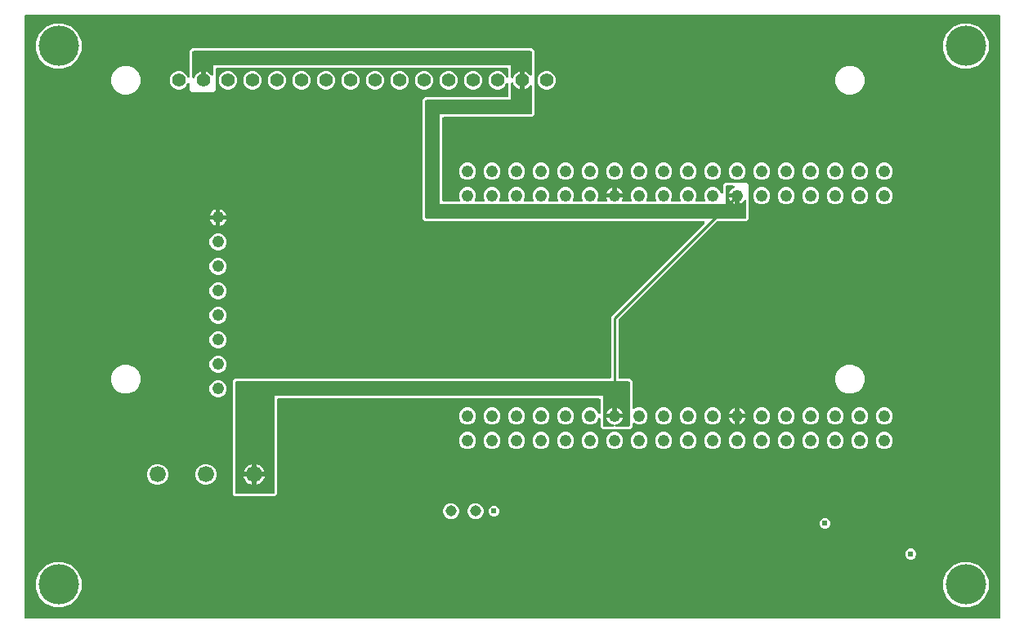
<source format=gbr>
G04 EAGLE Gerber RS-274X export*
G75*
%MOMM*%
%FSLAX34Y34*%
%LPD*%
%INCopper Layer 15*%
%IPPOS*%
%AMOC8*
5,1,8,0,0,1.08239X$1,22.5*%
G01*
%ADD10C,1.400000*%
%ADD11C,1.137919*%
%ADD12C,4.191000*%
%ADD13C,1.680000*%
%ADD14C,1.244600*%
%ADD15C,0.609600*%
%ADD16C,0.254000*%

G36*
X1012108Y2556D02*
X1012108Y2556D01*
X1012227Y2563D01*
X1012265Y2576D01*
X1012306Y2581D01*
X1012416Y2624D01*
X1012529Y2661D01*
X1012564Y2683D01*
X1012601Y2698D01*
X1012697Y2767D01*
X1012798Y2831D01*
X1012826Y2861D01*
X1012859Y2884D01*
X1012935Y2976D01*
X1013016Y3063D01*
X1013036Y3098D01*
X1013061Y3129D01*
X1013112Y3237D01*
X1013170Y3341D01*
X1013180Y3381D01*
X1013197Y3417D01*
X1013219Y3534D01*
X1013249Y3649D01*
X1013253Y3709D01*
X1013257Y3729D01*
X1013255Y3750D01*
X1013259Y3810D01*
X1013259Y627890D01*
X1013244Y628008D01*
X1013237Y628127D01*
X1013224Y628165D01*
X1013219Y628206D01*
X1013176Y628316D01*
X1013139Y628429D01*
X1013117Y628464D01*
X1013102Y628501D01*
X1013033Y628597D01*
X1012969Y628698D01*
X1012939Y628726D01*
X1012916Y628759D01*
X1012824Y628835D01*
X1012737Y628916D01*
X1012702Y628936D01*
X1012671Y628961D01*
X1012563Y629012D01*
X1012459Y629070D01*
X1012419Y629080D01*
X1012383Y629097D01*
X1012266Y629119D01*
X1012151Y629149D01*
X1012091Y629153D01*
X1012071Y629157D01*
X1012050Y629155D01*
X1011990Y629159D01*
X3810Y629159D01*
X3692Y629144D01*
X3573Y629137D01*
X3535Y629124D01*
X3494Y629119D01*
X3384Y629076D01*
X3271Y629039D01*
X3236Y629017D01*
X3199Y629002D01*
X3103Y628933D01*
X3002Y628869D01*
X2974Y628839D01*
X2941Y628816D01*
X2865Y628724D01*
X2784Y628637D01*
X2764Y628602D01*
X2739Y628571D01*
X2688Y628463D01*
X2630Y628359D01*
X2620Y628319D01*
X2603Y628283D01*
X2581Y628166D01*
X2551Y628051D01*
X2547Y627991D01*
X2543Y627971D01*
X2545Y627950D01*
X2541Y627890D01*
X2541Y3810D01*
X2556Y3692D01*
X2563Y3573D01*
X2576Y3535D01*
X2581Y3494D01*
X2624Y3384D01*
X2661Y3271D01*
X2683Y3236D01*
X2698Y3199D01*
X2767Y3103D01*
X2831Y3002D01*
X2861Y2974D01*
X2884Y2941D01*
X2976Y2865D01*
X3063Y2784D01*
X3098Y2764D01*
X3129Y2739D01*
X3237Y2688D01*
X3341Y2630D01*
X3381Y2620D01*
X3417Y2603D01*
X3534Y2581D01*
X3649Y2551D01*
X3709Y2547D01*
X3729Y2543D01*
X3750Y2545D01*
X3810Y2541D01*
X1011990Y2541D01*
X1012108Y2556D01*
G37*
%LPC*%
G36*
X220672Y129539D02*
X220672Y129539D01*
X218439Y131772D01*
X218439Y249228D01*
X220672Y251461D01*
X608920Y251461D01*
X609038Y251476D01*
X609157Y251483D01*
X609195Y251496D01*
X609236Y251501D01*
X609346Y251544D01*
X609459Y251581D01*
X609494Y251603D01*
X609531Y251618D01*
X609627Y251687D01*
X609728Y251751D01*
X609756Y251781D01*
X609789Y251804D01*
X609865Y251896D01*
X609946Y251983D01*
X609966Y252018D01*
X609991Y252049D01*
X610042Y252157D01*
X610100Y252261D01*
X610110Y252301D01*
X610127Y252337D01*
X610149Y252454D01*
X610179Y252569D01*
X610183Y252629D01*
X610187Y252649D01*
X610185Y252670D01*
X610189Y252730D01*
X610189Y316278D01*
X707033Y413123D01*
X707119Y413232D01*
X707207Y413339D01*
X707216Y413358D01*
X707228Y413374D01*
X707284Y413502D01*
X707343Y413627D01*
X707347Y413647D01*
X707355Y413666D01*
X707377Y413804D01*
X707403Y413940D01*
X707401Y413960D01*
X707404Y413980D01*
X707391Y414119D01*
X707383Y414257D01*
X707377Y414276D01*
X707375Y414296D01*
X707327Y414428D01*
X707285Y414559D01*
X707274Y414577D01*
X707267Y414596D01*
X707189Y414711D01*
X707115Y414828D01*
X707100Y414842D01*
X707088Y414859D01*
X706984Y414951D01*
X706883Y415046D01*
X706865Y415056D01*
X706850Y415069D01*
X706726Y415132D01*
X706604Y415200D01*
X706585Y415205D01*
X706567Y415214D01*
X706431Y415244D01*
X706297Y415279D01*
X706268Y415281D01*
X706257Y415284D01*
X706236Y415283D01*
X706136Y415289D01*
X417522Y415289D01*
X415289Y417522D01*
X415289Y541328D01*
X417522Y543561D01*
X502920Y543561D01*
X503038Y543576D01*
X503157Y543583D01*
X503195Y543596D01*
X503236Y543601D01*
X503346Y543644D01*
X503459Y543681D01*
X503494Y543703D01*
X503531Y543718D01*
X503627Y543787D01*
X503728Y543851D01*
X503756Y543881D01*
X503789Y543904D01*
X503865Y543996D01*
X503946Y544083D01*
X503966Y544118D01*
X503991Y544149D01*
X504042Y544257D01*
X504100Y544361D01*
X504110Y544401D01*
X504127Y544437D01*
X504149Y544554D01*
X504179Y544669D01*
X504183Y544729D01*
X504187Y544749D01*
X504185Y544770D01*
X504189Y544830D01*
X504189Y557584D01*
X504181Y557653D01*
X504182Y557723D01*
X504161Y557811D01*
X504149Y557900D01*
X504124Y557965D01*
X504107Y558032D01*
X504065Y558112D01*
X504032Y558195D01*
X503991Y558252D01*
X503959Y558313D01*
X503898Y558380D01*
X503846Y558453D01*
X503792Y558497D01*
X503745Y558549D01*
X503670Y558598D01*
X503601Y558655D01*
X503537Y558685D01*
X503479Y558724D01*
X503394Y558753D01*
X503313Y558791D01*
X503244Y558804D01*
X503178Y558827D01*
X503089Y558834D01*
X503001Y558851D01*
X502931Y558846D01*
X502861Y558852D01*
X502773Y558837D01*
X502683Y558831D01*
X502617Y558810D01*
X502548Y558798D01*
X502466Y558761D01*
X502381Y558733D01*
X502322Y558696D01*
X502258Y558667D01*
X502188Y558611D01*
X502112Y558563D01*
X502064Y558512D01*
X502010Y558468D01*
X501955Y558397D01*
X501894Y558331D01*
X501860Y558270D01*
X501818Y558214D01*
X501747Y558070D01*
X500888Y555996D01*
X498204Y553312D01*
X494698Y551859D01*
X490902Y551859D01*
X487396Y553312D01*
X484712Y555996D01*
X483259Y559502D01*
X483259Y563298D01*
X484712Y566804D01*
X487396Y569488D01*
X490902Y570941D01*
X494698Y570941D01*
X498204Y569488D01*
X500888Y566804D01*
X501747Y564730D01*
X501782Y564670D01*
X501808Y564605D01*
X501860Y564532D01*
X501905Y564454D01*
X501953Y564404D01*
X501994Y564347D01*
X502064Y564290D01*
X502126Y564226D01*
X502186Y564189D01*
X502239Y564145D01*
X502321Y564106D01*
X502397Y564059D01*
X502464Y564039D01*
X502527Y564009D01*
X502615Y563992D01*
X502701Y563966D01*
X502771Y563962D01*
X502840Y563949D01*
X502929Y563955D01*
X503019Y563951D01*
X503087Y563965D01*
X503157Y563969D01*
X503242Y563997D01*
X503330Y564015D01*
X503393Y564046D01*
X503459Y564067D01*
X503535Y564115D01*
X503616Y564155D01*
X503669Y564200D01*
X503728Y564237D01*
X503790Y564303D01*
X503858Y564361D01*
X503898Y564418D01*
X503946Y564469D01*
X503989Y564547D01*
X504041Y564621D01*
X504066Y564686D01*
X504100Y564747D01*
X504122Y564834D01*
X504154Y564918D01*
X504162Y564988D01*
X504179Y565055D01*
X504189Y565216D01*
X504189Y572770D01*
X504174Y572888D01*
X504167Y573007D01*
X504154Y573045D01*
X504149Y573086D01*
X504106Y573196D01*
X504069Y573309D01*
X504047Y573344D01*
X504032Y573381D01*
X503963Y573477D01*
X503899Y573578D01*
X503869Y573606D01*
X503846Y573639D01*
X503754Y573715D01*
X503667Y573796D01*
X503632Y573816D01*
X503601Y573841D01*
X503493Y573892D01*
X503389Y573950D01*
X503349Y573960D01*
X503313Y573977D01*
X503196Y573999D01*
X503081Y574029D01*
X503021Y574033D01*
X503001Y574037D01*
X502980Y574035D01*
X502920Y574039D01*
X201930Y574039D01*
X201812Y574024D01*
X201693Y574017D01*
X201655Y574004D01*
X201614Y573999D01*
X201504Y573956D01*
X201391Y573919D01*
X201356Y573897D01*
X201319Y573882D01*
X201223Y573813D01*
X201122Y573749D01*
X201094Y573719D01*
X201061Y573696D01*
X200985Y573604D01*
X200904Y573517D01*
X200884Y573482D01*
X200859Y573451D01*
X200808Y573343D01*
X200750Y573239D01*
X200740Y573199D01*
X200723Y573163D01*
X200701Y573046D01*
X200671Y572931D01*
X200667Y572871D01*
X200663Y572851D01*
X200665Y572830D01*
X200661Y572770D01*
X200661Y550872D01*
X198428Y548639D01*
X176222Y548639D01*
X173989Y550872D01*
X173989Y557584D01*
X173981Y557653D01*
X173982Y557723D01*
X173961Y557811D01*
X173949Y557900D01*
X173924Y557965D01*
X173907Y558032D01*
X173865Y558112D01*
X173832Y558195D01*
X173791Y558252D01*
X173759Y558314D01*
X173698Y558380D01*
X173646Y558453D01*
X173592Y558497D01*
X173545Y558549D01*
X173470Y558598D01*
X173401Y558655D01*
X173337Y558685D01*
X173279Y558724D01*
X173194Y558753D01*
X173113Y558791D01*
X173044Y558804D01*
X172978Y558827D01*
X172889Y558834D01*
X172801Y558851D01*
X172731Y558846D01*
X172661Y558852D01*
X172573Y558837D01*
X172483Y558831D01*
X172417Y558810D01*
X172348Y558798D01*
X172266Y558761D01*
X172181Y558733D01*
X172122Y558696D01*
X172058Y558667D01*
X171988Y558611D01*
X171912Y558563D01*
X171864Y558512D01*
X171810Y558468D01*
X171755Y558397D01*
X171694Y558331D01*
X171660Y558270D01*
X171618Y558214D01*
X171547Y558070D01*
X170688Y555996D01*
X168004Y553312D01*
X164498Y551859D01*
X160702Y551859D01*
X157196Y553312D01*
X154512Y555996D01*
X153059Y559502D01*
X153059Y563298D01*
X154512Y566804D01*
X157196Y569488D01*
X160702Y570941D01*
X164498Y570941D01*
X168004Y569488D01*
X170688Y566804D01*
X171547Y564730D01*
X171582Y564670D01*
X171608Y564605D01*
X171660Y564532D01*
X171705Y564454D01*
X171753Y564404D01*
X171794Y564347D01*
X171864Y564290D01*
X171926Y564226D01*
X171986Y564189D01*
X172039Y564145D01*
X172121Y564106D01*
X172197Y564059D01*
X172264Y564039D01*
X172327Y564009D01*
X172415Y563992D01*
X172501Y563966D01*
X172571Y563962D01*
X172640Y563949D01*
X172729Y563955D01*
X172819Y563950D01*
X172887Y563965D01*
X172957Y563969D01*
X173042Y563997D01*
X173130Y564015D01*
X173193Y564045D01*
X173259Y564067D01*
X173335Y564115D01*
X173416Y564155D01*
X173469Y564200D01*
X173528Y564237D01*
X173590Y564303D01*
X173658Y564361D01*
X173698Y564418D01*
X173746Y564469D01*
X173789Y564547D01*
X173841Y564621D01*
X173866Y564686D01*
X173900Y564747D01*
X173922Y564834D01*
X173954Y564918D01*
X173962Y564988D01*
X173979Y565055D01*
X173989Y565216D01*
X173989Y592128D01*
X176222Y594361D01*
X528628Y594361D01*
X530861Y592128D01*
X530861Y525472D01*
X528628Y523239D01*
X436880Y523239D01*
X436762Y523224D01*
X436643Y523217D01*
X436605Y523204D01*
X436564Y523199D01*
X436454Y523156D01*
X436341Y523119D01*
X436306Y523097D01*
X436269Y523082D01*
X436173Y523013D01*
X436072Y522949D01*
X436044Y522919D01*
X436011Y522896D01*
X435935Y522804D01*
X435854Y522717D01*
X435834Y522682D01*
X435809Y522651D01*
X435758Y522543D01*
X435700Y522439D01*
X435690Y522399D01*
X435673Y522363D01*
X435651Y522246D01*
X435621Y522131D01*
X435617Y522071D01*
X435613Y522051D01*
X435615Y522030D01*
X435611Y521970D01*
X435611Y436880D01*
X435626Y436762D01*
X435633Y436643D01*
X435646Y436605D01*
X435651Y436564D01*
X435694Y436454D01*
X435731Y436341D01*
X435753Y436306D01*
X435768Y436269D01*
X435837Y436173D01*
X435901Y436072D01*
X435931Y436044D01*
X435954Y436011D01*
X436046Y435935D01*
X436133Y435854D01*
X436168Y435834D01*
X436199Y435809D01*
X436307Y435758D01*
X436411Y435700D01*
X436451Y435690D01*
X436487Y435673D01*
X436604Y435651D01*
X436719Y435621D01*
X436779Y435617D01*
X436799Y435613D01*
X436820Y435615D01*
X436880Y435611D01*
X452737Y435611D01*
X452786Y435617D01*
X452836Y435615D01*
X452943Y435637D01*
X453052Y435651D01*
X453099Y435669D01*
X453147Y435679D01*
X453246Y435727D01*
X453348Y435768D01*
X453388Y435797D01*
X453433Y435819D01*
X453516Y435890D01*
X453605Y435954D01*
X453637Y435993D01*
X453675Y436025D01*
X453738Y436115D01*
X453808Y436199D01*
X453829Y436244D01*
X453858Y436285D01*
X453897Y436388D01*
X453944Y436487D01*
X453953Y436536D01*
X453971Y436582D01*
X453983Y436692D01*
X454004Y436799D01*
X454001Y436849D01*
X454006Y436898D01*
X453991Y437007D01*
X453984Y437117D01*
X453969Y437164D01*
X453962Y437213D01*
X453910Y437366D01*
X452836Y439957D01*
X452836Y443443D01*
X454170Y446664D01*
X456636Y449130D01*
X459857Y450464D01*
X463343Y450464D01*
X466564Y449130D01*
X469030Y446664D01*
X470364Y443443D01*
X470364Y439957D01*
X469290Y437366D01*
X469277Y437318D01*
X469256Y437273D01*
X469236Y437165D01*
X469207Y437059D01*
X469206Y437009D01*
X469196Y436960D01*
X469203Y436851D01*
X469201Y436741D01*
X469213Y436693D01*
X469216Y436643D01*
X469250Y436539D01*
X469276Y436432D01*
X469299Y436388D01*
X469314Y436341D01*
X469373Y436248D01*
X469424Y436151D01*
X469458Y436114D01*
X469484Y436072D01*
X469564Y435997D01*
X469638Y435915D01*
X469680Y435888D01*
X469716Y435854D01*
X469812Y435801D01*
X469904Y435741D01*
X469951Y435724D01*
X469994Y435700D01*
X470101Y435673D01*
X470205Y435637D01*
X470254Y435633D01*
X470302Y435621D01*
X470463Y435611D01*
X478137Y435611D01*
X478186Y435617D01*
X478236Y435615D01*
X478343Y435637D01*
X478452Y435651D01*
X478499Y435669D01*
X478547Y435679D01*
X478646Y435727D01*
X478748Y435768D01*
X478788Y435797D01*
X478833Y435819D01*
X478916Y435890D01*
X479005Y435954D01*
X479037Y435993D01*
X479075Y436025D01*
X479138Y436115D01*
X479208Y436199D01*
X479229Y436244D01*
X479258Y436285D01*
X479297Y436388D01*
X479344Y436487D01*
X479353Y436536D01*
X479371Y436582D01*
X479383Y436692D01*
X479404Y436799D01*
X479401Y436849D01*
X479406Y436898D01*
X479391Y437007D01*
X479384Y437117D01*
X479369Y437164D01*
X479362Y437213D01*
X479310Y437366D01*
X478236Y439957D01*
X478236Y443443D01*
X479570Y446664D01*
X482036Y449130D01*
X485257Y450464D01*
X488743Y450464D01*
X491964Y449130D01*
X494430Y446664D01*
X495764Y443443D01*
X495764Y439957D01*
X494690Y437366D01*
X494677Y437318D01*
X494656Y437273D01*
X494636Y437165D01*
X494607Y437059D01*
X494606Y437009D01*
X494596Y436960D01*
X494603Y436851D01*
X494601Y436741D01*
X494613Y436693D01*
X494616Y436643D01*
X494650Y436539D01*
X494676Y436432D01*
X494699Y436388D01*
X494714Y436341D01*
X494773Y436248D01*
X494824Y436151D01*
X494858Y436114D01*
X494884Y436072D01*
X494964Y435997D01*
X495038Y435915D01*
X495080Y435888D01*
X495116Y435854D01*
X495212Y435801D01*
X495304Y435741D01*
X495351Y435724D01*
X495394Y435700D01*
X495501Y435673D01*
X495605Y435637D01*
X495654Y435633D01*
X495702Y435621D01*
X495863Y435611D01*
X503537Y435611D01*
X503586Y435617D01*
X503636Y435615D01*
X503743Y435637D01*
X503852Y435651D01*
X503899Y435669D01*
X503947Y435679D01*
X504046Y435727D01*
X504148Y435768D01*
X504188Y435797D01*
X504233Y435819D01*
X504317Y435890D01*
X504405Y435954D01*
X504437Y435993D01*
X504475Y436025D01*
X504538Y436115D01*
X504608Y436199D01*
X504629Y436244D01*
X504658Y436285D01*
X504697Y436388D01*
X504744Y436487D01*
X504753Y436536D01*
X504771Y436582D01*
X504783Y436692D01*
X504804Y436799D01*
X504800Y436849D01*
X504806Y436898D01*
X504791Y437007D01*
X504784Y437117D01*
X504769Y437164D01*
X504762Y437213D01*
X504710Y437366D01*
X503636Y439957D01*
X503636Y443443D01*
X504970Y446664D01*
X507436Y449130D01*
X510657Y450464D01*
X514143Y450464D01*
X517364Y449130D01*
X519830Y446664D01*
X521164Y443443D01*
X521164Y439957D01*
X520090Y437366D01*
X520077Y437318D01*
X520056Y437273D01*
X520036Y437165D01*
X520007Y437059D01*
X520006Y437009D01*
X519996Y436960D01*
X520003Y436851D01*
X520001Y436741D01*
X520013Y436693D01*
X520016Y436643D01*
X520050Y436539D01*
X520076Y436432D01*
X520099Y436388D01*
X520114Y436341D01*
X520173Y436248D01*
X520224Y436151D01*
X520258Y436114D01*
X520284Y436072D01*
X520364Y435997D01*
X520438Y435915D01*
X520480Y435888D01*
X520516Y435854D01*
X520612Y435801D01*
X520704Y435741D01*
X520751Y435724D01*
X520794Y435700D01*
X520901Y435673D01*
X521005Y435637D01*
X521054Y435633D01*
X521102Y435621D01*
X521263Y435611D01*
X528937Y435611D01*
X528986Y435617D01*
X529036Y435615D01*
X529143Y435637D01*
X529252Y435651D01*
X529299Y435669D01*
X529347Y435679D01*
X529446Y435727D01*
X529548Y435768D01*
X529588Y435797D01*
X529633Y435819D01*
X529717Y435890D01*
X529805Y435954D01*
X529837Y435993D01*
X529875Y436025D01*
X529938Y436115D01*
X530008Y436199D01*
X530029Y436244D01*
X530058Y436285D01*
X530097Y436388D01*
X530144Y436487D01*
X530153Y436536D01*
X530171Y436582D01*
X530183Y436692D01*
X530204Y436799D01*
X530200Y436849D01*
X530206Y436898D01*
X530191Y437007D01*
X530184Y437117D01*
X530169Y437164D01*
X530162Y437213D01*
X530110Y437366D01*
X529036Y439957D01*
X529036Y443443D01*
X530370Y446664D01*
X532836Y449130D01*
X536057Y450464D01*
X539543Y450464D01*
X542764Y449130D01*
X545230Y446664D01*
X546564Y443443D01*
X546564Y439957D01*
X545490Y437366D01*
X545477Y437318D01*
X545456Y437273D01*
X545436Y437165D01*
X545407Y437059D01*
X545406Y437009D01*
X545396Y436960D01*
X545403Y436851D01*
X545401Y436741D01*
X545413Y436693D01*
X545416Y436643D01*
X545450Y436539D01*
X545476Y436432D01*
X545499Y436388D01*
X545514Y436341D01*
X545573Y436248D01*
X545624Y436151D01*
X545658Y436114D01*
X545684Y436072D01*
X545764Y435997D01*
X545838Y435915D01*
X545880Y435888D01*
X545916Y435854D01*
X546012Y435801D01*
X546104Y435741D01*
X546151Y435724D01*
X546194Y435700D01*
X546301Y435673D01*
X546405Y435637D01*
X546454Y435633D01*
X546502Y435621D01*
X546663Y435611D01*
X554337Y435611D01*
X554386Y435617D01*
X554436Y435615D01*
X554543Y435637D01*
X554652Y435651D01*
X554699Y435669D01*
X554747Y435679D01*
X554846Y435727D01*
X554948Y435768D01*
X554988Y435797D01*
X555033Y435819D01*
X555117Y435890D01*
X555205Y435954D01*
X555237Y435993D01*
X555275Y436025D01*
X555338Y436115D01*
X555408Y436199D01*
X555429Y436244D01*
X555458Y436285D01*
X555497Y436388D01*
X555544Y436487D01*
X555553Y436536D01*
X555571Y436582D01*
X555583Y436692D01*
X555604Y436799D01*
X555600Y436849D01*
X555606Y436898D01*
X555591Y437007D01*
X555584Y437117D01*
X555569Y437164D01*
X555562Y437213D01*
X555510Y437366D01*
X554436Y439957D01*
X554436Y443443D01*
X555770Y446664D01*
X558236Y449130D01*
X561457Y450464D01*
X564943Y450464D01*
X568164Y449130D01*
X570630Y446664D01*
X571964Y443443D01*
X571964Y439957D01*
X570890Y437366D01*
X570877Y437318D01*
X570856Y437273D01*
X570836Y437165D01*
X570807Y437059D01*
X570806Y437009D01*
X570796Y436960D01*
X570803Y436851D01*
X570801Y436741D01*
X570813Y436693D01*
X570816Y436643D01*
X570850Y436539D01*
X570876Y436432D01*
X570899Y436388D01*
X570914Y436341D01*
X570973Y436248D01*
X571024Y436151D01*
X571058Y436114D01*
X571084Y436072D01*
X571164Y435997D01*
X571238Y435915D01*
X571280Y435888D01*
X571316Y435854D01*
X571412Y435801D01*
X571504Y435741D01*
X571551Y435724D01*
X571594Y435700D01*
X571701Y435673D01*
X571805Y435637D01*
X571854Y435633D01*
X571902Y435621D01*
X572063Y435611D01*
X579737Y435611D01*
X579786Y435617D01*
X579836Y435615D01*
X579943Y435637D01*
X580052Y435651D01*
X580099Y435669D01*
X580147Y435679D01*
X580246Y435727D01*
X580348Y435768D01*
X580388Y435797D01*
X580433Y435819D01*
X580516Y435890D01*
X580605Y435954D01*
X580637Y435993D01*
X580675Y436025D01*
X580738Y436115D01*
X580808Y436199D01*
X580829Y436244D01*
X580858Y436285D01*
X580897Y436388D01*
X580944Y436487D01*
X580953Y436536D01*
X580971Y436582D01*
X580983Y436692D01*
X581004Y436799D01*
X581001Y436849D01*
X581006Y436898D01*
X580991Y437007D01*
X580984Y437117D01*
X580969Y437164D01*
X580962Y437213D01*
X580910Y437366D01*
X579836Y439957D01*
X579836Y443443D01*
X581170Y446664D01*
X583636Y449130D01*
X586857Y450464D01*
X590343Y450464D01*
X593564Y449130D01*
X596030Y446664D01*
X597364Y443443D01*
X597364Y439957D01*
X596290Y437366D01*
X596277Y437318D01*
X596256Y437273D01*
X596236Y437165D01*
X596207Y437059D01*
X596206Y437009D01*
X596196Y436960D01*
X596203Y436851D01*
X596201Y436741D01*
X596213Y436693D01*
X596216Y436643D01*
X596250Y436539D01*
X596276Y436432D01*
X596299Y436388D01*
X596314Y436341D01*
X596373Y436248D01*
X596424Y436151D01*
X596458Y436114D01*
X596484Y436072D01*
X596564Y435997D01*
X596638Y435915D01*
X596680Y435888D01*
X596716Y435854D01*
X596812Y435801D01*
X596904Y435741D01*
X596951Y435724D01*
X596994Y435700D01*
X597101Y435673D01*
X597205Y435637D01*
X597254Y435633D01*
X597302Y435621D01*
X597463Y435611D01*
X605154Y435611D01*
X605169Y435613D01*
X605184Y435611D01*
X605326Y435632D01*
X605470Y435651D01*
X605484Y435656D01*
X605498Y435658D01*
X605631Y435714D01*
X605765Y435768D01*
X605777Y435776D01*
X605791Y435782D01*
X605906Y435870D01*
X606023Y435954D01*
X606032Y435966D01*
X606044Y435975D01*
X606134Y436089D01*
X606225Y436199D01*
X606232Y436213D01*
X606241Y436225D01*
X606300Y436357D01*
X606361Y436487D01*
X606364Y436502D01*
X606370Y436515D01*
X606394Y436658D01*
X606421Y436799D01*
X606420Y436814D01*
X606422Y436829D01*
X606410Y436973D01*
X606401Y437117D01*
X606396Y437131D01*
X606395Y437146D01*
X606347Y437283D01*
X606303Y437419D01*
X606295Y437432D01*
X606290Y437446D01*
X606242Y437530D01*
X605573Y439144D01*
X605507Y439478D01*
X613047Y439478D01*
X613166Y439493D01*
X613284Y439501D01*
X613323Y439513D01*
X613363Y439518D01*
X613474Y439562D01*
X613587Y439599D01*
X613621Y439620D01*
X613659Y439635D01*
X613755Y439705D01*
X613855Y439769D01*
X613883Y439798D01*
X613916Y439822D01*
X613992Y439914D01*
X613996Y439918D01*
X614003Y439912D01*
X614027Y439879D01*
X614119Y439803D01*
X614206Y439721D01*
X614241Y439702D01*
X614272Y439676D01*
X614380Y439625D01*
X614484Y439568D01*
X614523Y439558D01*
X614560Y439541D01*
X614677Y439518D01*
X614792Y439488D01*
X614852Y439485D01*
X614872Y439481D01*
X614893Y439482D01*
X614953Y439478D01*
X622493Y439478D01*
X622427Y439144D01*
X621747Y437502D01*
X621713Y437430D01*
X621649Y437301D01*
X621645Y437286D01*
X621639Y437273D01*
X621612Y437132D01*
X621581Y436990D01*
X621582Y436975D01*
X621579Y436960D01*
X621588Y436816D01*
X621594Y436672D01*
X621598Y436658D01*
X621599Y436643D01*
X621644Y436505D01*
X621685Y436368D01*
X621692Y436355D01*
X621697Y436341D01*
X621774Y436218D01*
X621849Y436095D01*
X621859Y436084D01*
X621867Y436072D01*
X621972Y435973D01*
X622075Y435872D01*
X622088Y435864D01*
X622099Y435854D01*
X622225Y435784D01*
X622350Y435712D01*
X622364Y435708D01*
X622377Y435700D01*
X622516Y435664D01*
X622656Y435625D01*
X622671Y435625D01*
X622685Y435621D01*
X622846Y435611D01*
X630537Y435611D01*
X630586Y435617D01*
X630636Y435615D01*
X630743Y435637D01*
X630852Y435651D01*
X630899Y435669D01*
X630947Y435679D01*
X631046Y435727D01*
X631148Y435768D01*
X631188Y435797D01*
X631233Y435819D01*
X631316Y435890D01*
X631405Y435954D01*
X631437Y435993D01*
X631475Y436025D01*
X631538Y436115D01*
X631608Y436199D01*
X631629Y436244D01*
X631658Y436285D01*
X631697Y436388D01*
X631744Y436487D01*
X631753Y436536D01*
X631771Y436582D01*
X631783Y436692D01*
X631804Y436799D01*
X631801Y436849D01*
X631806Y436898D01*
X631791Y437007D01*
X631784Y437117D01*
X631769Y437164D01*
X631762Y437213D01*
X631710Y437366D01*
X630636Y439957D01*
X630636Y443443D01*
X631970Y446664D01*
X634436Y449130D01*
X637657Y450464D01*
X641143Y450464D01*
X644364Y449130D01*
X646830Y446664D01*
X648164Y443443D01*
X648164Y439957D01*
X647090Y437366D01*
X647077Y437318D01*
X647056Y437273D01*
X647036Y437165D01*
X647007Y437059D01*
X647006Y437009D01*
X646996Y436960D01*
X647003Y436851D01*
X647001Y436741D01*
X647013Y436693D01*
X647016Y436643D01*
X647050Y436539D01*
X647076Y436432D01*
X647099Y436388D01*
X647114Y436341D01*
X647173Y436248D01*
X647224Y436151D01*
X647258Y436114D01*
X647284Y436072D01*
X647364Y435997D01*
X647438Y435915D01*
X647480Y435888D01*
X647516Y435854D01*
X647612Y435801D01*
X647704Y435741D01*
X647751Y435724D01*
X647794Y435700D01*
X647901Y435673D01*
X648005Y435637D01*
X648054Y435633D01*
X648102Y435621D01*
X648263Y435611D01*
X655937Y435611D01*
X655986Y435617D01*
X656036Y435615D01*
X656143Y435637D01*
X656252Y435651D01*
X656299Y435669D01*
X656347Y435679D01*
X656446Y435727D01*
X656548Y435768D01*
X656588Y435797D01*
X656633Y435819D01*
X656716Y435890D01*
X656805Y435954D01*
X656837Y435993D01*
X656875Y436025D01*
X656938Y436115D01*
X657008Y436199D01*
X657029Y436244D01*
X657058Y436285D01*
X657097Y436388D01*
X657144Y436487D01*
X657153Y436536D01*
X657171Y436582D01*
X657183Y436692D01*
X657204Y436799D01*
X657201Y436849D01*
X657206Y436898D01*
X657191Y437007D01*
X657184Y437117D01*
X657169Y437164D01*
X657162Y437213D01*
X657110Y437366D01*
X656036Y439957D01*
X656036Y443443D01*
X657370Y446664D01*
X659836Y449130D01*
X663057Y450464D01*
X666543Y450464D01*
X669764Y449130D01*
X672230Y446664D01*
X673564Y443443D01*
X673564Y439957D01*
X672490Y437366D01*
X672477Y437318D01*
X672456Y437273D01*
X672436Y437165D01*
X672407Y437059D01*
X672406Y437009D01*
X672396Y436960D01*
X672403Y436851D01*
X672401Y436741D01*
X672413Y436693D01*
X672416Y436643D01*
X672450Y436539D01*
X672476Y436432D01*
X672499Y436388D01*
X672514Y436341D01*
X672573Y436248D01*
X672624Y436151D01*
X672658Y436114D01*
X672684Y436072D01*
X672764Y435997D01*
X672838Y435915D01*
X672880Y435888D01*
X672916Y435854D01*
X673012Y435801D01*
X673104Y435741D01*
X673151Y435724D01*
X673194Y435700D01*
X673301Y435673D01*
X673405Y435637D01*
X673454Y435633D01*
X673502Y435621D01*
X673663Y435611D01*
X681337Y435611D01*
X681386Y435617D01*
X681436Y435615D01*
X681543Y435637D01*
X681652Y435651D01*
X681699Y435669D01*
X681747Y435679D01*
X681846Y435727D01*
X681948Y435768D01*
X681988Y435797D01*
X682033Y435819D01*
X682116Y435890D01*
X682205Y435954D01*
X682237Y435993D01*
X682275Y436025D01*
X682338Y436115D01*
X682408Y436199D01*
X682429Y436244D01*
X682458Y436285D01*
X682497Y436388D01*
X682544Y436487D01*
X682553Y436536D01*
X682571Y436582D01*
X682583Y436692D01*
X682604Y436799D01*
X682601Y436849D01*
X682606Y436898D01*
X682591Y437007D01*
X682584Y437117D01*
X682569Y437164D01*
X682562Y437213D01*
X682510Y437366D01*
X681436Y439957D01*
X681436Y443443D01*
X682770Y446664D01*
X685236Y449130D01*
X688457Y450464D01*
X691943Y450464D01*
X695164Y449130D01*
X697630Y446664D01*
X698964Y443443D01*
X698964Y439957D01*
X697890Y437366D01*
X697877Y437318D01*
X697856Y437273D01*
X697836Y437165D01*
X697807Y437059D01*
X697806Y437009D01*
X697796Y436960D01*
X697803Y436851D01*
X697801Y436741D01*
X697813Y436693D01*
X697816Y436643D01*
X697850Y436539D01*
X697876Y436432D01*
X697899Y436388D01*
X697914Y436341D01*
X697973Y436248D01*
X698024Y436151D01*
X698058Y436114D01*
X698084Y436072D01*
X698164Y435997D01*
X698238Y435915D01*
X698280Y435888D01*
X698316Y435854D01*
X698412Y435801D01*
X698504Y435741D01*
X698551Y435724D01*
X698594Y435700D01*
X698701Y435673D01*
X698805Y435637D01*
X698854Y435633D01*
X698902Y435621D01*
X699063Y435611D01*
X706737Y435611D01*
X706786Y435617D01*
X706836Y435615D01*
X706943Y435637D01*
X707052Y435651D01*
X707099Y435669D01*
X707147Y435679D01*
X707246Y435727D01*
X707348Y435768D01*
X707388Y435797D01*
X707433Y435819D01*
X707516Y435890D01*
X707605Y435954D01*
X707637Y435993D01*
X707675Y436025D01*
X707738Y436115D01*
X707808Y436199D01*
X707829Y436244D01*
X707858Y436285D01*
X707897Y436388D01*
X707944Y436487D01*
X707953Y436536D01*
X707971Y436582D01*
X707983Y436692D01*
X708004Y436799D01*
X708001Y436849D01*
X708006Y436898D01*
X707991Y437007D01*
X707984Y437117D01*
X707969Y437164D01*
X707962Y437213D01*
X707910Y437366D01*
X706836Y439957D01*
X706836Y443443D01*
X708170Y446664D01*
X710636Y449130D01*
X713857Y450464D01*
X717343Y450464D01*
X720564Y449130D01*
X723030Y446664D01*
X723997Y444328D01*
X724032Y444267D01*
X724058Y444202D01*
X724110Y444129D01*
X724155Y444051D01*
X724203Y444001D01*
X724244Y443945D01*
X724314Y443887D01*
X724376Y443823D01*
X724436Y443787D01*
X724489Y443742D01*
X724571Y443704D01*
X724647Y443657D01*
X724714Y443636D01*
X724777Y443606D01*
X724865Y443590D01*
X724951Y443563D01*
X725021Y443560D01*
X725090Y443547D01*
X725179Y443552D01*
X725269Y443548D01*
X725337Y443562D01*
X725407Y443566D01*
X725492Y443594D01*
X725580Y443612D01*
X725643Y443643D01*
X725709Y443664D01*
X725785Y443712D01*
X725866Y443752D01*
X725919Y443797D01*
X725978Y443835D01*
X726040Y443900D01*
X726108Y443958D01*
X726148Y444015D01*
X726196Y444066D01*
X726239Y444145D01*
X726291Y444218D01*
X726316Y444284D01*
X726350Y444345D01*
X726372Y444432D01*
X726404Y444516D01*
X726412Y444585D01*
X726429Y444653D01*
X726439Y444813D01*
X726439Y452428D01*
X728672Y454661D01*
X750878Y454661D01*
X753111Y452428D01*
X753111Y417522D01*
X750878Y415289D01*
X720504Y415289D01*
X720406Y415277D01*
X720307Y415274D01*
X720249Y415257D01*
X720189Y415249D01*
X720097Y415213D01*
X720001Y415185D01*
X719949Y415155D01*
X719893Y415132D01*
X719813Y415074D01*
X719728Y415024D01*
X719652Y414958D01*
X719636Y414946D01*
X719628Y414936D01*
X719607Y414918D01*
X618182Y313493D01*
X618122Y313415D01*
X618054Y313343D01*
X618025Y313290D01*
X617988Y313242D01*
X617948Y313151D01*
X617900Y313064D01*
X617885Y313006D01*
X617861Y312950D01*
X617846Y312852D01*
X617821Y312756D01*
X617815Y312656D01*
X617811Y312636D01*
X617813Y312624D01*
X617811Y312596D01*
X617811Y252730D01*
X617826Y252612D01*
X617833Y252493D01*
X617846Y252455D01*
X617851Y252414D01*
X617894Y252304D01*
X617931Y252191D01*
X617953Y252156D01*
X617968Y252119D01*
X618037Y252023D01*
X618101Y251922D01*
X618131Y251894D01*
X618154Y251861D01*
X618246Y251785D01*
X618333Y251704D01*
X618368Y251684D01*
X618399Y251659D01*
X618507Y251608D01*
X618611Y251550D01*
X618651Y251540D01*
X618687Y251523D01*
X618804Y251501D01*
X618919Y251471D01*
X618979Y251467D01*
X618999Y251463D01*
X619020Y251465D01*
X619080Y251461D01*
X630228Y251461D01*
X632461Y249228D01*
X632461Y221611D01*
X632467Y221562D01*
X632465Y221512D01*
X632487Y221405D01*
X632501Y221295D01*
X632519Y221249D01*
X632529Y221201D01*
X632577Y221102D01*
X632618Y221000D01*
X632647Y220960D01*
X632669Y220915D01*
X632740Y220831D01*
X632804Y220742D01*
X632843Y220711D01*
X632875Y220673D01*
X632965Y220610D01*
X633049Y220540D01*
X633094Y220518D01*
X633135Y220490D01*
X633238Y220451D01*
X633337Y220404D01*
X633386Y220395D01*
X633432Y220377D01*
X633542Y220365D01*
X633649Y220344D01*
X633699Y220347D01*
X633748Y220342D01*
X633857Y220357D01*
X633967Y220364D01*
X634014Y220379D01*
X634063Y220386D01*
X634216Y220438D01*
X637657Y221864D01*
X641143Y221864D01*
X644364Y220530D01*
X646830Y218064D01*
X648164Y214843D01*
X648164Y211357D01*
X646830Y208136D01*
X644364Y205670D01*
X641143Y204336D01*
X637657Y204336D01*
X634216Y205762D01*
X634168Y205775D01*
X634123Y205796D01*
X634015Y205817D01*
X633909Y205846D01*
X633859Y205846D01*
X633810Y205856D01*
X633701Y205849D01*
X633591Y205851D01*
X633543Y205839D01*
X633493Y205836D01*
X633389Y205802D01*
X633282Y205776D01*
X633238Y205753D01*
X633191Y205738D01*
X633098Y205679D01*
X633001Y205628D01*
X632964Y205594D01*
X632922Y205568D01*
X632847Y205488D01*
X632765Y205414D01*
X632738Y205372D01*
X632704Y205336D01*
X632651Y205240D01*
X632591Y205148D01*
X632574Y205101D01*
X632550Y205058D01*
X632523Y204951D01*
X632487Y204847D01*
X632483Y204798D01*
X632471Y204750D01*
X632461Y204589D01*
X632461Y201622D01*
X630228Y199389D01*
X601672Y199389D01*
X599439Y201622D01*
X599439Y209987D01*
X599431Y210056D01*
X599432Y210126D01*
X599411Y210213D01*
X599399Y210302D01*
X599374Y210367D01*
X599357Y210435D01*
X599315Y210514D01*
X599282Y210598D01*
X599241Y210654D01*
X599209Y210716D01*
X599148Y210782D01*
X599096Y210855D01*
X599042Y210900D01*
X598995Y210951D01*
X598920Y211001D01*
X598851Y211058D01*
X598787Y211088D01*
X598729Y211126D01*
X598644Y211155D01*
X598563Y211194D01*
X598494Y211207D01*
X598428Y211229D01*
X598339Y211236D01*
X598251Y211253D01*
X598181Y211249D01*
X598111Y211255D01*
X598023Y211239D01*
X597933Y211234D01*
X597867Y211212D01*
X597798Y211200D01*
X597716Y211163D01*
X597631Y211136D01*
X597572Y211098D01*
X597508Y211070D01*
X597438Y211014D01*
X597362Y210965D01*
X597314Y210915D01*
X597260Y210871D01*
X597205Y210799D01*
X597144Y210734D01*
X597110Y210673D01*
X597068Y210617D01*
X596997Y210472D01*
X596030Y208136D01*
X593564Y205670D01*
X590343Y204336D01*
X586857Y204336D01*
X583636Y205670D01*
X581170Y208136D01*
X579836Y211357D01*
X579836Y214843D01*
X581170Y218064D01*
X583636Y220530D01*
X586857Y221864D01*
X590343Y221864D01*
X593564Y220530D01*
X596030Y218064D01*
X596997Y215728D01*
X597032Y215667D01*
X597058Y215602D01*
X597110Y215530D01*
X597155Y215451D01*
X597204Y215401D01*
X597244Y215345D01*
X597314Y215288D01*
X597376Y215223D01*
X597436Y215186D01*
X597489Y215142D01*
X597571Y215104D01*
X597647Y215057D01*
X597714Y215036D01*
X597777Y215006D01*
X597865Y214990D01*
X597951Y214963D01*
X598021Y214960D01*
X598090Y214947D01*
X598179Y214952D01*
X598269Y214948D01*
X598337Y214962D01*
X598407Y214966D01*
X598492Y214994D01*
X598580Y215012D01*
X598643Y215043D01*
X598709Y215064D01*
X598785Y215112D01*
X598866Y215152D01*
X598919Y215197D01*
X598978Y215235D01*
X599040Y215300D01*
X599108Y215358D01*
X599148Y215415D01*
X599196Y215466D01*
X599239Y215545D01*
X599291Y215618D01*
X599316Y215684D01*
X599350Y215745D01*
X599372Y215832D01*
X599404Y215916D01*
X599412Y215985D01*
X599429Y216053D01*
X599439Y216213D01*
X599439Y229870D01*
X599424Y229988D01*
X599417Y230107D01*
X599404Y230145D01*
X599399Y230186D01*
X599356Y230296D01*
X599319Y230409D01*
X599297Y230444D01*
X599282Y230481D01*
X599213Y230577D01*
X599149Y230678D01*
X599119Y230706D01*
X599096Y230739D01*
X599004Y230815D01*
X598917Y230896D01*
X598882Y230916D01*
X598851Y230941D01*
X598743Y230992D01*
X598639Y231050D01*
X598599Y231060D01*
X598563Y231077D01*
X598446Y231099D01*
X598331Y231129D01*
X598271Y231133D01*
X598251Y231137D01*
X598230Y231135D01*
X598170Y231139D01*
X265430Y231139D01*
X265312Y231124D01*
X265193Y231117D01*
X265155Y231104D01*
X265114Y231099D01*
X265004Y231056D01*
X264891Y231019D01*
X264856Y230997D01*
X264819Y230982D01*
X264723Y230913D01*
X264622Y230849D01*
X264594Y230819D01*
X264561Y230796D01*
X264485Y230704D01*
X264404Y230617D01*
X264384Y230582D01*
X264359Y230551D01*
X264308Y230443D01*
X264250Y230339D01*
X264240Y230299D01*
X264223Y230263D01*
X264201Y230146D01*
X264171Y230031D01*
X264167Y229971D01*
X264163Y229951D01*
X264165Y229930D01*
X264161Y229870D01*
X264161Y131772D01*
X261928Y129539D01*
X220672Y129539D01*
G37*
%LPD*%
G36*
X749418Y417846D02*
X749418Y417846D01*
X749537Y417853D01*
X749575Y417866D01*
X749616Y417871D01*
X749726Y417914D01*
X749839Y417951D01*
X749874Y417973D01*
X749911Y417988D01*
X750007Y418058D01*
X750108Y418121D01*
X750136Y418151D01*
X750169Y418174D01*
X750245Y418266D01*
X750326Y418353D01*
X750346Y418388D01*
X750371Y418419D01*
X750422Y418527D01*
X750480Y418631D01*
X750490Y418671D01*
X750507Y418707D01*
X750529Y418824D01*
X750559Y418939D01*
X750563Y419000D01*
X750567Y419020D01*
X750565Y419040D01*
X750569Y419100D01*
X750569Y436063D01*
X750556Y436167D01*
X750552Y436271D01*
X750536Y436324D01*
X750529Y436378D01*
X750491Y436475D01*
X750461Y436576D01*
X750433Y436623D01*
X750412Y436674D01*
X750351Y436759D01*
X750297Y436848D01*
X750258Y436887D01*
X750226Y436931D01*
X750145Y436998D01*
X750071Y437071D01*
X750023Y437099D01*
X749981Y437134D01*
X749886Y437179D01*
X749796Y437231D01*
X749743Y437246D01*
X749693Y437270D01*
X749590Y437289D01*
X749490Y437318D01*
X749435Y437319D01*
X749381Y437330D01*
X749276Y437323D01*
X749172Y437326D01*
X749118Y437313D01*
X749063Y437310D01*
X748964Y437278D01*
X748862Y437254D01*
X748813Y437229D01*
X748761Y437212D01*
X748672Y437156D01*
X748580Y437108D01*
X748538Y437071D01*
X748492Y437042D01*
X748420Y436966D01*
X748342Y436896D01*
X748289Y436826D01*
X748274Y436810D01*
X748267Y436797D01*
X748245Y436768D01*
X747807Y436113D01*
X746587Y434893D01*
X745151Y433934D01*
X743556Y433273D01*
X743222Y433207D01*
X743222Y440747D01*
X743207Y440866D01*
X743199Y440984D01*
X743187Y441023D01*
X743182Y441063D01*
X743138Y441174D01*
X743101Y441287D01*
X743080Y441321D01*
X743065Y441359D01*
X742995Y441455D01*
X742931Y441555D01*
X742902Y441583D01*
X742878Y441616D01*
X742786Y441692D01*
X742700Y441773D01*
X742664Y441793D01*
X742633Y441819D01*
X742525Y441869D01*
X742421Y441927D01*
X742382Y441937D01*
X742345Y441954D01*
X742229Y441977D01*
X742113Y442006D01*
X742053Y442010D01*
X742033Y442014D01*
X742013Y442013D01*
X741953Y442017D01*
X741317Y442017D01*
X741317Y442653D01*
X741302Y442771D01*
X741294Y442889D01*
X741282Y442928D01*
X741277Y442968D01*
X741233Y443079D01*
X741196Y443192D01*
X741175Y443226D01*
X741160Y443264D01*
X741090Y443360D01*
X741026Y443461D01*
X740997Y443488D01*
X740973Y443521D01*
X740881Y443597D01*
X740794Y443679D01*
X740759Y443698D01*
X740728Y443724D01*
X740620Y443775D01*
X740516Y443832D01*
X740477Y443842D01*
X740440Y443859D01*
X740323Y443882D01*
X740208Y443912D01*
X740148Y443915D01*
X740128Y443919D01*
X740107Y443918D01*
X740047Y443922D01*
X732507Y443922D01*
X732573Y444256D01*
X733234Y445851D01*
X734193Y447287D01*
X735413Y448507D01*
X736849Y449466D01*
X737358Y449677D01*
X737414Y449709D01*
X737439Y449719D01*
X737441Y449721D01*
X737484Y449738D01*
X737556Y449790D01*
X737635Y449835D01*
X737685Y449883D01*
X737741Y449924D01*
X737799Y449994D01*
X737863Y450056D01*
X737899Y450116D01*
X737944Y450169D01*
X737982Y450251D01*
X738029Y450327D01*
X738050Y450394D01*
X738080Y450457D01*
X738096Y450545D01*
X738123Y450631D01*
X738126Y450701D01*
X738139Y450770D01*
X738134Y450859D01*
X738138Y450949D01*
X738124Y451017D01*
X738120Y451087D01*
X738092Y451172D01*
X738074Y451260D01*
X738043Y451323D01*
X738022Y451389D01*
X737974Y451465D01*
X737934Y451546D01*
X737889Y451599D01*
X737851Y451658D01*
X737786Y451720D01*
X737728Y451788D01*
X737671Y451828D01*
X737620Y451876D01*
X737541Y451919D01*
X737468Y451971D01*
X737402Y451996D01*
X737341Y452030D01*
X737254Y452052D01*
X737170Y452084D01*
X737101Y452092D01*
X737033Y452109D01*
X736873Y452119D01*
X730250Y452119D01*
X730132Y452104D01*
X730013Y452097D01*
X729975Y452084D01*
X729934Y452079D01*
X729824Y452036D01*
X729711Y451999D01*
X729676Y451977D01*
X729639Y451962D01*
X729543Y451893D01*
X729442Y451829D01*
X729414Y451799D01*
X729381Y451776D01*
X729306Y451684D01*
X729224Y451597D01*
X729204Y451562D01*
X729179Y451531D01*
X729128Y451423D01*
X729070Y451319D01*
X729060Y451279D01*
X729043Y451243D01*
X729021Y451126D01*
X728991Y451011D01*
X728987Y450951D01*
X728983Y450931D01*
X728984Y450916D01*
X728983Y450912D01*
X728984Y450901D01*
X728981Y450850D01*
X728981Y433069D01*
X717917Y433069D01*
X717908Y433068D01*
X717898Y433069D01*
X717750Y433048D01*
X717601Y433029D01*
X717592Y433026D01*
X717583Y433025D01*
X717431Y432973D01*
X717343Y432936D01*
X713857Y432936D01*
X713769Y432973D01*
X713760Y432975D01*
X713752Y432980D01*
X713607Y433017D01*
X713462Y433057D01*
X713453Y433057D01*
X713444Y433059D01*
X713283Y433069D01*
X692517Y433069D01*
X692508Y433068D01*
X692498Y433069D01*
X692350Y433048D01*
X692201Y433029D01*
X692192Y433026D01*
X692183Y433025D01*
X692031Y432973D01*
X691943Y432936D01*
X688457Y432936D01*
X688369Y432973D01*
X688360Y432975D01*
X688352Y432980D01*
X688207Y433017D01*
X688062Y433057D01*
X688053Y433057D01*
X688044Y433059D01*
X687883Y433069D01*
X667117Y433069D01*
X667108Y433068D01*
X667098Y433069D01*
X666950Y433048D01*
X666801Y433029D01*
X666792Y433026D01*
X666783Y433025D01*
X666631Y432973D01*
X666543Y432936D01*
X663057Y432936D01*
X662969Y432973D01*
X662960Y432975D01*
X662952Y432980D01*
X662807Y433017D01*
X662662Y433057D01*
X662653Y433057D01*
X662644Y433059D01*
X662483Y433069D01*
X641717Y433069D01*
X641707Y433068D01*
X641698Y433069D01*
X641549Y433048D01*
X641401Y433029D01*
X641392Y433026D01*
X641383Y433025D01*
X641231Y432973D01*
X641143Y432936D01*
X637657Y432936D01*
X637569Y432973D01*
X637560Y432975D01*
X637552Y432980D01*
X637408Y433017D01*
X637262Y433057D01*
X637253Y433057D01*
X637244Y433059D01*
X637083Y433069D01*
X616317Y433069D01*
X616307Y433068D01*
X616298Y433069D01*
X616149Y433048D01*
X616001Y433029D01*
X615992Y433026D01*
X615983Y433025D01*
X615831Y432973D01*
X615743Y432936D01*
X612257Y432936D01*
X612169Y432973D01*
X612160Y432975D01*
X612152Y432980D01*
X612008Y433017D01*
X611862Y433057D01*
X611853Y433057D01*
X611844Y433059D01*
X611683Y433069D01*
X590917Y433069D01*
X590907Y433068D01*
X590898Y433069D01*
X590749Y433048D01*
X590601Y433029D01*
X590592Y433026D01*
X590583Y433025D01*
X590431Y432973D01*
X590343Y432936D01*
X586857Y432936D01*
X586769Y432973D01*
X586760Y432975D01*
X586752Y432980D01*
X586608Y433017D01*
X586462Y433057D01*
X586453Y433057D01*
X586444Y433059D01*
X586283Y433069D01*
X565517Y433069D01*
X565507Y433068D01*
X565498Y433069D01*
X565349Y433048D01*
X565201Y433029D01*
X565192Y433026D01*
X565183Y433025D01*
X565031Y432973D01*
X564943Y432936D01*
X561457Y432936D01*
X561369Y432973D01*
X561360Y432975D01*
X561352Y432980D01*
X561208Y433017D01*
X561062Y433057D01*
X561053Y433057D01*
X561044Y433059D01*
X560883Y433069D01*
X540117Y433069D01*
X540107Y433068D01*
X540098Y433069D01*
X539949Y433048D01*
X539801Y433029D01*
X539792Y433026D01*
X539783Y433025D01*
X539631Y432973D01*
X539543Y432936D01*
X536057Y432936D01*
X535969Y432973D01*
X535960Y432975D01*
X535952Y432980D01*
X535808Y433017D01*
X535662Y433057D01*
X535653Y433057D01*
X535644Y433059D01*
X535483Y433069D01*
X514717Y433069D01*
X514707Y433068D01*
X514698Y433069D01*
X514549Y433048D01*
X514401Y433029D01*
X514392Y433026D01*
X514383Y433025D01*
X514231Y432973D01*
X514143Y432936D01*
X510657Y432936D01*
X510569Y432973D01*
X510560Y432975D01*
X510552Y432980D01*
X510408Y433017D01*
X510262Y433057D01*
X510253Y433057D01*
X510244Y433059D01*
X510083Y433069D01*
X489317Y433069D01*
X489307Y433068D01*
X489298Y433069D01*
X489149Y433048D01*
X489001Y433029D01*
X488992Y433026D01*
X488983Y433025D01*
X488831Y432973D01*
X488743Y432936D01*
X485257Y432936D01*
X485169Y432973D01*
X485160Y432975D01*
X485152Y432980D01*
X485008Y433017D01*
X484862Y433057D01*
X484853Y433057D01*
X484844Y433059D01*
X484683Y433069D01*
X463917Y433069D01*
X463907Y433068D01*
X463898Y433069D01*
X463749Y433048D01*
X463601Y433029D01*
X463592Y433026D01*
X463583Y433025D01*
X463431Y432973D01*
X463343Y432936D01*
X459857Y432936D01*
X459769Y432973D01*
X459760Y432975D01*
X459752Y432980D01*
X459608Y433017D01*
X459462Y433057D01*
X459453Y433057D01*
X459444Y433059D01*
X459283Y433069D01*
X433069Y433069D01*
X433069Y525781D01*
X527050Y525781D01*
X527168Y525796D01*
X527287Y525803D01*
X527325Y525816D01*
X527366Y525821D01*
X527476Y525864D01*
X527589Y525901D01*
X527624Y525923D01*
X527661Y525938D01*
X527757Y526008D01*
X527858Y526071D01*
X527886Y526101D01*
X527919Y526124D01*
X527995Y526216D01*
X528076Y526303D01*
X528096Y526338D01*
X528121Y526369D01*
X528172Y526477D01*
X528230Y526581D01*
X528240Y526621D01*
X528257Y526657D01*
X528279Y526774D01*
X528309Y526889D01*
X528313Y526950D01*
X528317Y526970D01*
X528315Y526990D01*
X528319Y527050D01*
X528319Y555190D01*
X528309Y555269D01*
X528309Y555349D01*
X528289Y555426D01*
X528279Y555505D01*
X528250Y555580D01*
X528230Y555657D01*
X528192Y555727D01*
X528162Y555801D01*
X528116Y555866D01*
X528077Y555935D01*
X528023Y555994D01*
X527976Y556059D01*
X527914Y556109D01*
X527860Y556167D01*
X527792Y556210D01*
X527731Y556261D01*
X527659Y556295D01*
X527591Y556338D01*
X527515Y556363D01*
X527443Y556397D01*
X527365Y556412D01*
X527289Y556437D01*
X527209Y556442D01*
X527131Y556457D01*
X527051Y556452D01*
X526972Y556457D01*
X526893Y556442D01*
X526813Y556437D01*
X526737Y556412D01*
X526659Y556397D01*
X526587Y556364D01*
X526511Y556339D01*
X526443Y556296D01*
X526371Y556262D01*
X526309Y556212D01*
X526242Y556169D01*
X526187Y556111D01*
X526126Y556060D01*
X526025Y555938D01*
X526024Y555937D01*
X526023Y555936D01*
X525477Y555185D01*
X524415Y554123D01*
X523201Y553240D01*
X521862Y552558D01*
X520699Y552180D01*
X520699Y560170D01*
X520684Y560288D01*
X520677Y560407D01*
X520664Y560445D01*
X520659Y560485D01*
X520616Y560596D01*
X520579Y560709D01*
X520557Y560743D01*
X520542Y560781D01*
X520473Y560877D01*
X520409Y560978D01*
X520379Y561006D01*
X520356Y561038D01*
X520264Y561114D01*
X520177Y561196D01*
X520142Y561215D01*
X520111Y561241D01*
X520003Y561292D01*
X519899Y561349D01*
X519859Y561359D01*
X519823Y561377D01*
X519716Y561397D01*
X519746Y561401D01*
X519856Y561445D01*
X519969Y561481D01*
X520004Y561503D01*
X520041Y561518D01*
X520137Y561588D01*
X520238Y561651D01*
X520266Y561681D01*
X520299Y561705D01*
X520375Y561796D01*
X520456Y561883D01*
X520476Y561918D01*
X520501Y561950D01*
X520552Y562057D01*
X520610Y562162D01*
X520620Y562201D01*
X520637Y562237D01*
X520659Y562354D01*
X520689Y562470D01*
X520693Y562530D01*
X520697Y562550D01*
X520695Y562570D01*
X520699Y562630D01*
X520699Y570620D01*
X521862Y570242D01*
X523201Y569560D01*
X524415Y568677D01*
X525477Y567615D01*
X526023Y566864D01*
X526078Y566806D01*
X526124Y566741D01*
X526186Y566691D01*
X526241Y566632D01*
X526308Y566589D01*
X526369Y566539D01*
X526442Y566505D01*
X526509Y566462D01*
X526585Y566437D01*
X526657Y566403D01*
X526736Y566388D01*
X526812Y566363D01*
X526891Y566358D01*
X526970Y566343D01*
X527049Y566348D01*
X527129Y566343D01*
X527208Y566358D01*
X527287Y566363D01*
X527363Y566388D01*
X527442Y566403D01*
X527514Y566437D01*
X527589Y566461D01*
X527657Y566504D01*
X527729Y566538D01*
X527791Y566589D01*
X527858Y566631D01*
X527913Y566690D01*
X527975Y566741D01*
X528021Y566805D01*
X528076Y566863D01*
X528115Y566933D01*
X528162Y566998D01*
X528191Y567072D01*
X528230Y567141D01*
X528250Y567219D01*
X528279Y567293D01*
X528289Y567372D01*
X528309Y567449D01*
X528319Y567607D01*
X528319Y567609D01*
X528319Y567610D01*
X528319Y590550D01*
X528304Y590668D01*
X528297Y590787D01*
X528284Y590825D01*
X528279Y590866D01*
X528236Y590976D01*
X528199Y591089D01*
X528177Y591124D01*
X528162Y591161D01*
X528093Y591257D01*
X528029Y591358D01*
X527999Y591386D01*
X527976Y591419D01*
X527884Y591495D01*
X527797Y591576D01*
X527762Y591596D01*
X527731Y591621D01*
X527623Y591672D01*
X527519Y591730D01*
X527479Y591740D01*
X527443Y591757D01*
X527326Y591779D01*
X527211Y591809D01*
X527151Y591813D01*
X527131Y591817D01*
X527110Y591815D01*
X527050Y591819D01*
X177800Y591819D01*
X177682Y591804D01*
X177563Y591797D01*
X177525Y591784D01*
X177484Y591779D01*
X177374Y591736D01*
X177261Y591699D01*
X177226Y591677D01*
X177189Y591662D01*
X177093Y591593D01*
X176992Y591529D01*
X176964Y591499D01*
X176931Y591476D01*
X176856Y591384D01*
X176774Y591297D01*
X176754Y591262D01*
X176729Y591231D01*
X176678Y591123D01*
X176620Y591019D01*
X176610Y590979D01*
X176593Y590943D01*
X176571Y590826D01*
X176541Y590711D01*
X176537Y590651D01*
X176533Y590631D01*
X176535Y590610D01*
X176531Y590550D01*
X176531Y564989D01*
X176546Y564871D01*
X176553Y564752D01*
X176566Y564714D01*
X176571Y564674D01*
X176615Y564563D01*
X176651Y564449D01*
X176673Y564415D01*
X176688Y564378D01*
X176758Y564282D01*
X176822Y564181D01*
X176851Y564153D01*
X176874Y564121D01*
X176966Y564045D01*
X177053Y563963D01*
X177089Y563944D01*
X177119Y563918D01*
X177227Y563867D01*
X177332Y563810D01*
X177371Y563800D01*
X177407Y563783D01*
X177524Y563760D01*
X177640Y563730D01*
X177680Y563730D01*
X177720Y563723D01*
X177839Y563730D01*
X177958Y563730D01*
X177997Y563740D01*
X178037Y563743D01*
X178150Y563779D01*
X178266Y563809D01*
X178301Y563828D01*
X178339Y563841D01*
X178440Y563904D01*
X178545Y563962D01*
X178574Y563989D01*
X178608Y564011D01*
X178690Y564098D01*
X178777Y564179D01*
X178799Y564213D01*
X178826Y564242D01*
X178884Y564347D01*
X178948Y564448D01*
X178970Y564503D01*
X178980Y564521D01*
X178985Y564541D01*
X179007Y564597D01*
X179158Y565062D01*
X179840Y566401D01*
X180723Y567615D01*
X181785Y568677D01*
X182999Y569560D01*
X184338Y570242D01*
X185501Y570620D01*
X185501Y562630D01*
X185516Y562512D01*
X185523Y562393D01*
X185535Y562355D01*
X185541Y562315D01*
X185584Y562204D01*
X185621Y562091D01*
X185643Y562057D01*
X185658Y562019D01*
X185727Y561923D01*
X185791Y561822D01*
X185821Y561794D01*
X185844Y561762D01*
X185936Y561686D01*
X186023Y561604D01*
X186058Y561585D01*
X186089Y561559D01*
X186197Y561508D01*
X186301Y561451D01*
X186341Y561441D01*
X186377Y561423D01*
X186494Y561401D01*
X186609Y561371D01*
X186669Y561367D01*
X186689Y561364D01*
X186710Y561365D01*
X186770Y561361D01*
X189230Y561361D01*
X189348Y561376D01*
X189467Y561383D01*
X189505Y561396D01*
X189546Y561401D01*
X189656Y561445D01*
X189769Y561481D01*
X189804Y561503D01*
X189841Y561518D01*
X189937Y561588D01*
X190038Y561651D01*
X190066Y561681D01*
X190099Y561705D01*
X190175Y561796D01*
X190256Y561883D01*
X190276Y561918D01*
X190301Y561950D01*
X190352Y562057D01*
X190410Y562162D01*
X190420Y562201D01*
X190437Y562237D01*
X190459Y562354D01*
X190489Y562470D01*
X190493Y562530D01*
X190497Y562550D01*
X190495Y562570D01*
X190499Y562630D01*
X190499Y570620D01*
X191662Y570242D01*
X193001Y569560D01*
X194215Y568677D01*
X195277Y567615D01*
X195823Y566864D01*
X195878Y566806D01*
X195924Y566741D01*
X195986Y566690D01*
X196041Y566632D01*
X196108Y566589D01*
X196169Y566539D01*
X196242Y566505D01*
X196309Y566462D01*
X196385Y566437D01*
X196457Y566403D01*
X196536Y566388D01*
X196612Y566363D01*
X196691Y566358D01*
X196770Y566343D01*
X196849Y566348D01*
X196929Y566343D01*
X197007Y566358D01*
X197087Y566363D01*
X197163Y566388D01*
X197242Y566403D01*
X197314Y566437D01*
X197389Y566461D01*
X197457Y566504D01*
X197529Y566538D01*
X197591Y566589D01*
X197658Y566631D01*
X197713Y566690D01*
X197775Y566740D01*
X197822Y566805D01*
X197876Y566863D01*
X197915Y566933D01*
X197962Y566998D01*
X197991Y567072D01*
X198030Y567141D01*
X198050Y567219D01*
X198079Y567293D01*
X198089Y567372D01*
X198109Y567449D01*
X198119Y567607D01*
X198119Y567609D01*
X198119Y567610D01*
X198119Y576581D01*
X506731Y576581D01*
X506731Y564989D01*
X506746Y564871D01*
X506753Y564752D01*
X506766Y564714D01*
X506771Y564674D01*
X506815Y564563D01*
X506851Y564449D01*
X506873Y564415D01*
X506888Y564378D01*
X506958Y564282D01*
X507022Y564181D01*
X507051Y564153D01*
X507074Y564121D01*
X507166Y564045D01*
X507253Y563963D01*
X507289Y563944D01*
X507319Y563918D01*
X507427Y563867D01*
X507532Y563810D01*
X507571Y563800D01*
X507607Y563783D01*
X507724Y563760D01*
X507840Y563730D01*
X507880Y563730D01*
X507920Y563723D01*
X508039Y563730D01*
X508158Y563730D01*
X508197Y563740D01*
X508237Y563743D01*
X508350Y563779D01*
X508466Y563809D01*
X508501Y563828D01*
X508539Y563841D01*
X508640Y563904D01*
X508745Y563962D01*
X508774Y563989D01*
X508808Y564011D01*
X508890Y564098D01*
X508977Y564179D01*
X508999Y564213D01*
X509026Y564242D01*
X509084Y564347D01*
X509148Y564448D01*
X509170Y564503D01*
X509180Y564521D01*
X509185Y564541D01*
X509207Y564597D01*
X509358Y565062D01*
X510040Y566401D01*
X510923Y567615D01*
X511985Y568677D01*
X513199Y569560D01*
X514538Y570242D01*
X515701Y570620D01*
X515701Y562630D01*
X515716Y562512D01*
X515723Y562393D01*
X515735Y562355D01*
X515741Y562315D01*
X515784Y562204D01*
X515821Y562091D01*
X515843Y562057D01*
X515858Y562019D01*
X515927Y561923D01*
X515991Y561822D01*
X516021Y561794D01*
X516044Y561762D01*
X516136Y561686D01*
X516223Y561604D01*
X516258Y561585D01*
X516289Y561559D01*
X516397Y561508D01*
X516501Y561451D01*
X516541Y561441D01*
X516577Y561423D01*
X516684Y561403D01*
X516654Y561399D01*
X516544Y561355D01*
X516431Y561319D01*
X516396Y561297D01*
X516359Y561282D01*
X516262Y561212D01*
X516162Y561149D01*
X516134Y561119D01*
X516101Y561095D01*
X516025Y561004D01*
X515944Y560917D01*
X515924Y560882D01*
X515899Y560850D01*
X515848Y560743D01*
X515790Y560638D01*
X515780Y560599D01*
X515763Y560563D01*
X515741Y560446D01*
X515711Y560330D01*
X515707Y560270D01*
X515703Y560250D01*
X515705Y560230D01*
X515701Y560170D01*
X515701Y552180D01*
X514538Y552558D01*
X513199Y553240D01*
X511985Y554123D01*
X510923Y555185D01*
X510040Y556399D01*
X509358Y557738D01*
X509207Y558203D01*
X509156Y558311D01*
X509112Y558422D01*
X509089Y558454D01*
X509072Y558490D01*
X508996Y558582D01*
X508926Y558679D01*
X508895Y558705D01*
X508869Y558736D01*
X508773Y558806D01*
X508681Y558882D01*
X508644Y558899D01*
X508612Y558923D01*
X508501Y558967D01*
X508393Y559017D01*
X508354Y559025D01*
X508316Y559040D01*
X508198Y559055D01*
X508081Y559077D01*
X508041Y559075D01*
X508001Y559080D01*
X507882Y559065D01*
X507763Y559057D01*
X507725Y559045D01*
X507685Y559040D01*
X507574Y558996D01*
X507461Y558959D01*
X507427Y558938D01*
X507389Y558923D01*
X507293Y558853D01*
X507192Y558789D01*
X507164Y558760D01*
X507132Y558737D01*
X507056Y558645D01*
X506974Y558558D01*
X506955Y558523D01*
X506929Y558492D01*
X506878Y558384D01*
X506820Y558279D01*
X506810Y558240D01*
X506793Y558204D01*
X506771Y558087D01*
X506741Y557971D01*
X506737Y557912D01*
X506733Y557892D01*
X506735Y557871D01*
X506731Y557811D01*
X506731Y541019D01*
X419100Y541019D01*
X418982Y541004D01*
X418863Y540997D01*
X418825Y540984D01*
X418784Y540979D01*
X418674Y540936D01*
X418561Y540899D01*
X418526Y540877D01*
X418489Y540862D01*
X418393Y540793D01*
X418292Y540729D01*
X418264Y540699D01*
X418231Y540676D01*
X418156Y540584D01*
X418074Y540497D01*
X418054Y540462D01*
X418029Y540431D01*
X417978Y540323D01*
X417920Y540219D01*
X417910Y540179D01*
X417893Y540143D01*
X417871Y540026D01*
X417841Y539911D01*
X417837Y539851D01*
X417833Y539831D01*
X417835Y539810D01*
X417831Y539750D01*
X417831Y419100D01*
X417846Y418982D01*
X417853Y418863D01*
X417866Y418825D01*
X417871Y418784D01*
X417914Y418674D01*
X417951Y418561D01*
X417973Y418526D01*
X417988Y418489D01*
X418058Y418393D01*
X418121Y418292D01*
X418151Y418264D01*
X418174Y418231D01*
X418266Y418156D01*
X418353Y418074D01*
X418388Y418054D01*
X418419Y418029D01*
X418527Y417978D01*
X418631Y417920D01*
X418671Y417910D01*
X418707Y417893D01*
X418824Y417871D01*
X418939Y417841D01*
X419000Y417837D01*
X419020Y417833D01*
X419040Y417835D01*
X419100Y417831D01*
X749300Y417831D01*
X749418Y417846D01*
G37*
G36*
X260468Y132096D02*
X260468Y132096D01*
X260587Y132103D01*
X260625Y132116D01*
X260666Y132121D01*
X260776Y132164D01*
X260889Y132201D01*
X260924Y132223D01*
X260961Y132238D01*
X261057Y132308D01*
X261158Y132371D01*
X261186Y132401D01*
X261219Y132424D01*
X261295Y132516D01*
X261376Y132603D01*
X261396Y132638D01*
X261421Y132669D01*
X261472Y132777D01*
X261530Y132881D01*
X261540Y132921D01*
X261557Y132957D01*
X261579Y133074D01*
X261609Y133189D01*
X261613Y133250D01*
X261617Y133270D01*
X261615Y133290D01*
X261619Y133350D01*
X261619Y233681D01*
X601981Y233681D01*
X601981Y203200D01*
X601996Y203082D01*
X602003Y202963D01*
X602016Y202925D01*
X602021Y202884D01*
X602064Y202774D01*
X602101Y202661D01*
X602123Y202626D01*
X602138Y202589D01*
X602208Y202493D01*
X602271Y202392D01*
X602301Y202364D01*
X602324Y202331D01*
X602416Y202256D01*
X602503Y202174D01*
X602538Y202154D01*
X602569Y202129D01*
X602677Y202078D01*
X602781Y202020D01*
X602821Y202010D01*
X602857Y201993D01*
X602974Y201971D01*
X603089Y201941D01*
X603150Y201937D01*
X603170Y201933D01*
X603190Y201935D01*
X603250Y201931D01*
X612343Y201931D01*
X612378Y201935D01*
X612413Y201933D01*
X612535Y201955D01*
X612659Y201971D01*
X612691Y201983D01*
X612726Y201990D01*
X612839Y202042D01*
X612955Y202088D01*
X612983Y202108D01*
X613015Y202123D01*
X613111Y202201D01*
X613212Y202274D01*
X613234Y202301D01*
X613261Y202324D01*
X613335Y202423D01*
X613415Y202519D01*
X613430Y202551D01*
X613450Y202579D01*
X613497Y202695D01*
X613550Y202807D01*
X613557Y202841D01*
X613570Y202874D01*
X613587Y202998D01*
X613610Y203120D01*
X613608Y203154D01*
X613613Y203189D01*
X613598Y203313D01*
X613590Y203437D01*
X613579Y203470D01*
X613575Y203505D01*
X613531Y203621D01*
X613492Y203739D01*
X613474Y203769D01*
X613461Y203802D01*
X613389Y203903D01*
X613322Y204008D01*
X613297Y204032D01*
X613276Y204061D01*
X613181Y204141D01*
X613090Y204226D01*
X613060Y204243D01*
X613033Y204266D01*
X612921Y204320D01*
X612812Y204380D01*
X612778Y204388D01*
X612746Y204404D01*
X612591Y204445D01*
X611444Y204673D01*
X609849Y205334D01*
X608413Y206293D01*
X607193Y207513D01*
X606234Y208949D01*
X605573Y210544D01*
X605507Y210878D01*
X613047Y210878D01*
X613166Y210893D01*
X613284Y210901D01*
X613323Y210913D01*
X613363Y210918D01*
X613474Y210962D01*
X613587Y210999D01*
X613621Y211020D01*
X613659Y211035D01*
X613755Y211105D01*
X613855Y211169D01*
X613883Y211198D01*
X613916Y211222D01*
X613992Y211314D01*
X613996Y211318D01*
X614003Y211312D01*
X614027Y211279D01*
X614119Y211203D01*
X614206Y211121D01*
X614241Y211102D01*
X614272Y211076D01*
X614380Y211025D01*
X614484Y210968D01*
X614523Y210958D01*
X614560Y210941D01*
X614677Y210918D01*
X614792Y210888D01*
X614852Y210885D01*
X614872Y210881D01*
X614893Y210882D01*
X614953Y210878D01*
X622493Y210878D01*
X622427Y210544D01*
X621766Y208949D01*
X620807Y207513D01*
X619587Y206293D01*
X618151Y205334D01*
X616556Y204673D01*
X615409Y204445D01*
X615376Y204434D01*
X615341Y204429D01*
X615226Y204384D01*
X615107Y204344D01*
X615078Y204325D01*
X615045Y204312D01*
X614945Y204239D01*
X614840Y204172D01*
X614816Y204146D01*
X614788Y204126D01*
X614709Y204030D01*
X614624Y203938D01*
X614608Y203908D01*
X614585Y203881D01*
X614532Y203768D01*
X614473Y203658D01*
X614465Y203624D01*
X614450Y203593D01*
X614426Y203471D01*
X614396Y203350D01*
X614397Y203315D01*
X614390Y203281D01*
X614398Y203156D01*
X614399Y203032D01*
X614408Y202998D01*
X614410Y202963D01*
X614448Y202845D01*
X614480Y202724D01*
X614497Y202694D01*
X614508Y202661D01*
X614574Y202555D01*
X614635Y202447D01*
X614659Y202421D01*
X614678Y202392D01*
X614769Y202307D01*
X614854Y202216D01*
X614884Y202198D01*
X614910Y202174D01*
X615018Y202114D01*
X615124Y202048D01*
X615157Y202037D01*
X615188Y202020D01*
X615309Y201989D01*
X615427Y201952D01*
X615462Y201950D01*
X615496Y201941D01*
X615657Y201931D01*
X628650Y201931D01*
X628768Y201946D01*
X628887Y201953D01*
X628925Y201966D01*
X628966Y201971D01*
X629076Y202014D01*
X629189Y202051D01*
X629224Y202073D01*
X629261Y202088D01*
X629357Y202158D01*
X629458Y202221D01*
X629486Y202251D01*
X629519Y202274D01*
X629595Y202366D01*
X629676Y202453D01*
X629696Y202488D01*
X629721Y202519D01*
X629772Y202627D01*
X629830Y202731D01*
X629840Y202771D01*
X629857Y202807D01*
X629879Y202924D01*
X629909Y203039D01*
X629913Y203100D01*
X629917Y203120D01*
X629915Y203140D01*
X629919Y203200D01*
X629919Y247650D01*
X629904Y247768D01*
X629897Y247887D01*
X629884Y247925D01*
X629879Y247966D01*
X629836Y248076D01*
X629799Y248189D01*
X629777Y248224D01*
X629762Y248261D01*
X629693Y248357D01*
X629629Y248458D01*
X629599Y248486D01*
X629576Y248519D01*
X629484Y248595D01*
X629397Y248676D01*
X629362Y248696D01*
X629331Y248721D01*
X629223Y248772D01*
X629119Y248830D01*
X629079Y248840D01*
X629043Y248857D01*
X628926Y248879D01*
X628811Y248909D01*
X628751Y248913D01*
X628731Y248917D01*
X628710Y248915D01*
X628650Y248919D01*
X222250Y248919D01*
X222132Y248904D01*
X222013Y248897D01*
X221975Y248884D01*
X221934Y248879D01*
X221824Y248836D01*
X221711Y248799D01*
X221676Y248777D01*
X221639Y248762D01*
X221543Y248693D01*
X221442Y248629D01*
X221414Y248599D01*
X221381Y248576D01*
X221306Y248484D01*
X221224Y248397D01*
X221204Y248362D01*
X221179Y248331D01*
X221128Y248223D01*
X221070Y248119D01*
X221060Y248079D01*
X221043Y248043D01*
X221021Y247926D01*
X220991Y247811D01*
X220987Y247751D01*
X220983Y247731D01*
X220985Y247710D01*
X220981Y247650D01*
X220981Y133350D01*
X220996Y133232D01*
X221003Y133113D01*
X221016Y133075D01*
X221021Y133034D01*
X221064Y132924D01*
X221101Y132811D01*
X221123Y132776D01*
X221138Y132739D01*
X221208Y132643D01*
X221271Y132542D01*
X221301Y132514D01*
X221324Y132481D01*
X221416Y132406D01*
X221503Y132324D01*
X221538Y132304D01*
X221569Y132279D01*
X221677Y132228D01*
X221781Y132170D01*
X221821Y132160D01*
X221857Y132143D01*
X221974Y132121D01*
X222089Y132091D01*
X222150Y132087D01*
X222170Y132083D01*
X222190Y132085D01*
X222250Y132081D01*
X260350Y132081D01*
X260468Y132096D01*
G37*
%LPC*%
G36*
X973226Y573404D02*
X973226Y573404D01*
X964591Y576981D01*
X957981Y583591D01*
X954404Y592226D01*
X954404Y601574D01*
X957981Y610209D01*
X964591Y616819D01*
X973226Y620396D01*
X982574Y620396D01*
X991209Y616819D01*
X997819Y610209D01*
X1001396Y601574D01*
X1001396Y592226D01*
X997819Y583591D01*
X991209Y576981D01*
X982574Y573404D01*
X973226Y573404D01*
G37*
%LPD*%
%LPC*%
G36*
X33426Y573404D02*
X33426Y573404D01*
X24791Y576981D01*
X18181Y583591D01*
X14604Y592226D01*
X14604Y601574D01*
X18181Y610209D01*
X24791Y616819D01*
X33426Y620396D01*
X42774Y620396D01*
X51409Y616819D01*
X58019Y610209D01*
X61596Y601574D01*
X61596Y592226D01*
X58019Y583591D01*
X51409Y576981D01*
X42774Y573404D01*
X33426Y573404D01*
G37*
%LPD*%
%LPC*%
G36*
X33426Y14604D02*
X33426Y14604D01*
X24791Y18181D01*
X18181Y24791D01*
X14604Y33426D01*
X14604Y42774D01*
X18181Y51409D01*
X24791Y58019D01*
X33426Y61596D01*
X42774Y61596D01*
X51409Y58019D01*
X58019Y51409D01*
X61596Y42774D01*
X61596Y33426D01*
X58019Y24791D01*
X51409Y18181D01*
X42774Y14604D01*
X33426Y14604D01*
G37*
%LPD*%
%LPC*%
G36*
X973226Y14604D02*
X973226Y14604D01*
X964591Y18181D01*
X957981Y24791D01*
X954404Y33426D01*
X954404Y42774D01*
X957981Y51409D01*
X964591Y58019D01*
X973226Y61596D01*
X982574Y61596D01*
X991209Y58019D01*
X997819Y51409D01*
X1001396Y42774D01*
X1001396Y33426D01*
X997819Y24791D01*
X991209Y18181D01*
X982574Y14604D01*
X973226Y14604D01*
G37*
%LPD*%
%LPC*%
G36*
X104608Y546359D02*
X104608Y546359D01*
X99080Y548649D01*
X94849Y552880D01*
X92559Y558408D01*
X92559Y564392D01*
X94849Y569920D01*
X99080Y574151D01*
X104608Y576441D01*
X110592Y576441D01*
X116120Y574151D01*
X120351Y569920D01*
X122641Y564392D01*
X122641Y558408D01*
X120351Y552880D01*
X116120Y548649D01*
X110592Y546359D01*
X104608Y546359D01*
G37*
%LPD*%
%LPC*%
G36*
X854608Y546359D02*
X854608Y546359D01*
X849080Y548649D01*
X844849Y552880D01*
X842559Y558408D01*
X842559Y564392D01*
X844849Y569920D01*
X849080Y574151D01*
X854608Y576441D01*
X860592Y576441D01*
X866120Y574151D01*
X870351Y569920D01*
X872641Y564392D01*
X872641Y558408D01*
X870351Y552880D01*
X866120Y548649D01*
X860592Y546359D01*
X854608Y546359D01*
G37*
%LPD*%
%LPC*%
G36*
X854608Y236359D02*
X854608Y236359D01*
X849080Y238649D01*
X844849Y242880D01*
X842559Y248408D01*
X842559Y254392D01*
X844849Y259920D01*
X849080Y264151D01*
X854608Y266441D01*
X860592Y266441D01*
X866120Y264151D01*
X870351Y259920D01*
X872641Y254392D01*
X872641Y248408D01*
X870351Y242880D01*
X866120Y238649D01*
X860592Y236359D01*
X854608Y236359D01*
G37*
%LPD*%
%LPC*%
G36*
X104608Y236359D02*
X104608Y236359D01*
X99080Y238649D01*
X94849Y242880D01*
X92559Y248408D01*
X92559Y254392D01*
X94849Y259920D01*
X99080Y264151D01*
X104608Y266441D01*
X110592Y266441D01*
X116120Y264151D01*
X120351Y259920D01*
X122641Y254392D01*
X122641Y248408D01*
X120351Y242880D01*
X116120Y238649D01*
X110592Y236359D01*
X104608Y236359D01*
G37*
%LPD*%
%LPC*%
G36*
X138324Y141459D02*
X138324Y141459D01*
X134303Y143125D01*
X131225Y146203D01*
X129559Y150224D01*
X129559Y154576D01*
X131225Y158597D01*
X134303Y161675D01*
X138324Y163341D01*
X142676Y163341D01*
X146697Y161675D01*
X149775Y158597D01*
X151441Y154576D01*
X151441Y150224D01*
X149775Y146203D01*
X146697Y143125D01*
X142676Y141459D01*
X138324Y141459D01*
G37*
%LPD*%
%LPC*%
G36*
X188324Y141459D02*
X188324Y141459D01*
X184303Y143125D01*
X181225Y146203D01*
X179559Y150224D01*
X179559Y154576D01*
X181225Y158597D01*
X184303Y161675D01*
X188324Y163341D01*
X192676Y163341D01*
X196697Y161675D01*
X199775Y158597D01*
X201441Y154576D01*
X201441Y150224D01*
X199775Y146203D01*
X196697Y143125D01*
X192676Y141459D01*
X188324Y141459D01*
G37*
%LPD*%
%LPC*%
G36*
X211502Y551859D02*
X211502Y551859D01*
X207996Y553312D01*
X205312Y555996D01*
X203859Y559502D01*
X203859Y563298D01*
X205312Y566804D01*
X207996Y569488D01*
X211502Y570941D01*
X215298Y570941D01*
X218804Y569488D01*
X221488Y566804D01*
X222941Y563298D01*
X222941Y559502D01*
X221488Y555996D01*
X218804Y553312D01*
X215298Y551859D01*
X211502Y551859D01*
G37*
%LPD*%
%LPC*%
G36*
X287702Y551859D02*
X287702Y551859D01*
X284196Y553312D01*
X281512Y555996D01*
X280059Y559502D01*
X280059Y563298D01*
X281512Y566804D01*
X284196Y569488D01*
X287702Y570941D01*
X291498Y570941D01*
X295004Y569488D01*
X297688Y566804D01*
X299141Y563298D01*
X299141Y559502D01*
X297688Y555996D01*
X295004Y553312D01*
X291498Y551859D01*
X287702Y551859D01*
G37*
%LPD*%
%LPC*%
G36*
X389302Y551859D02*
X389302Y551859D01*
X385796Y553312D01*
X383112Y555996D01*
X381659Y559502D01*
X381659Y563298D01*
X383112Y566804D01*
X385796Y569488D01*
X389302Y570941D01*
X393098Y570941D01*
X396604Y569488D01*
X399288Y566804D01*
X400741Y563298D01*
X400741Y559502D01*
X399288Y555996D01*
X396604Y553312D01*
X393098Y551859D01*
X389302Y551859D01*
G37*
%LPD*%
%LPC*%
G36*
X440102Y551859D02*
X440102Y551859D01*
X436596Y553312D01*
X433912Y555996D01*
X432459Y559502D01*
X432459Y563298D01*
X433912Y566804D01*
X436596Y569488D01*
X440102Y570941D01*
X443898Y570941D01*
X447404Y569488D01*
X450088Y566804D01*
X451541Y563298D01*
X451541Y559502D01*
X450088Y555996D01*
X447404Y553312D01*
X443898Y551859D01*
X440102Y551859D01*
G37*
%LPD*%
%LPC*%
G36*
X363902Y551859D02*
X363902Y551859D01*
X360396Y553312D01*
X357712Y555996D01*
X356259Y559502D01*
X356259Y563298D01*
X357712Y566804D01*
X360396Y569488D01*
X363902Y570941D01*
X367698Y570941D01*
X371204Y569488D01*
X373888Y566804D01*
X375341Y563298D01*
X375341Y559502D01*
X373888Y555996D01*
X371204Y553312D01*
X367698Y551859D01*
X363902Y551859D01*
G37*
%LPD*%
%LPC*%
G36*
X414702Y551859D02*
X414702Y551859D01*
X411196Y553312D01*
X408512Y555996D01*
X407059Y559502D01*
X407059Y563298D01*
X408512Y566804D01*
X411196Y569488D01*
X414702Y570941D01*
X418498Y570941D01*
X422004Y569488D01*
X424688Y566804D01*
X426141Y563298D01*
X426141Y559502D01*
X424688Y555996D01*
X422004Y553312D01*
X418498Y551859D01*
X414702Y551859D01*
G37*
%LPD*%
%LPC*%
G36*
X541702Y551859D02*
X541702Y551859D01*
X538196Y553312D01*
X535512Y555996D01*
X534059Y559502D01*
X534059Y563298D01*
X535512Y566804D01*
X538196Y569488D01*
X541702Y570941D01*
X545498Y570941D01*
X549004Y569488D01*
X551688Y566804D01*
X553141Y563298D01*
X553141Y559502D01*
X551688Y555996D01*
X549004Y553312D01*
X545498Y551859D01*
X541702Y551859D01*
G37*
%LPD*%
%LPC*%
G36*
X313102Y551859D02*
X313102Y551859D01*
X309596Y553312D01*
X306912Y555996D01*
X305459Y559502D01*
X305459Y563298D01*
X306912Y566804D01*
X309596Y569488D01*
X313102Y570941D01*
X316898Y570941D01*
X320404Y569488D01*
X323088Y566804D01*
X324541Y563298D01*
X324541Y559502D01*
X323088Y555996D01*
X320404Y553312D01*
X316898Y551859D01*
X313102Y551859D01*
G37*
%LPD*%
%LPC*%
G36*
X338502Y551859D02*
X338502Y551859D01*
X334996Y553312D01*
X332312Y555996D01*
X330859Y559502D01*
X330859Y563298D01*
X332312Y566804D01*
X334996Y569488D01*
X338502Y570941D01*
X342298Y570941D01*
X345804Y569488D01*
X348488Y566804D01*
X349941Y563298D01*
X349941Y559502D01*
X348488Y555996D01*
X345804Y553312D01*
X342298Y551859D01*
X338502Y551859D01*
G37*
%LPD*%
%LPC*%
G36*
X236902Y551859D02*
X236902Y551859D01*
X233396Y553312D01*
X230712Y555996D01*
X229259Y559502D01*
X229259Y563298D01*
X230712Y566804D01*
X233396Y569488D01*
X236902Y570941D01*
X240698Y570941D01*
X244204Y569488D01*
X246888Y566804D01*
X248341Y563298D01*
X248341Y559502D01*
X246888Y555996D01*
X244204Y553312D01*
X240698Y551859D01*
X236902Y551859D01*
G37*
%LPD*%
%LPC*%
G36*
X262302Y551859D02*
X262302Y551859D01*
X258796Y553312D01*
X256112Y555996D01*
X254659Y559502D01*
X254659Y563298D01*
X256112Y566804D01*
X258796Y569488D01*
X262302Y570941D01*
X266098Y570941D01*
X269604Y569488D01*
X272288Y566804D01*
X273741Y563298D01*
X273741Y559502D01*
X272288Y555996D01*
X269604Y553312D01*
X266098Y551859D01*
X262302Y551859D01*
G37*
%LPD*%
%LPC*%
G36*
X465502Y551859D02*
X465502Y551859D01*
X461996Y553312D01*
X459312Y555996D01*
X457859Y559502D01*
X457859Y563298D01*
X459312Y566804D01*
X461996Y569488D01*
X465502Y570941D01*
X469298Y570941D01*
X472804Y569488D01*
X475488Y566804D01*
X476941Y563298D01*
X476941Y559502D01*
X475488Y555996D01*
X472804Y553312D01*
X469298Y551859D01*
X465502Y551859D01*
G37*
%LPD*%
%LPC*%
G36*
X891657Y458336D02*
X891657Y458336D01*
X888436Y459670D01*
X885970Y462136D01*
X884636Y465357D01*
X884636Y468843D01*
X885970Y472064D01*
X888436Y474530D01*
X891657Y475864D01*
X895143Y475864D01*
X898364Y474530D01*
X900830Y472064D01*
X902164Y468843D01*
X902164Y465357D01*
X900830Y462136D01*
X898364Y459670D01*
X895143Y458336D01*
X891657Y458336D01*
G37*
%LPD*%
%LPC*%
G36*
X688457Y458336D02*
X688457Y458336D01*
X685236Y459670D01*
X682770Y462136D01*
X681436Y465357D01*
X681436Y468843D01*
X682770Y472064D01*
X685236Y474530D01*
X688457Y475864D01*
X691943Y475864D01*
X695164Y474530D01*
X697630Y472064D01*
X698964Y468843D01*
X698964Y465357D01*
X697630Y462136D01*
X695164Y459670D01*
X691943Y458336D01*
X688457Y458336D01*
G37*
%LPD*%
%LPC*%
G36*
X637657Y458336D02*
X637657Y458336D01*
X634436Y459670D01*
X631970Y462136D01*
X630636Y465357D01*
X630636Y468843D01*
X631970Y472064D01*
X634436Y474530D01*
X637657Y475864D01*
X641143Y475864D01*
X644364Y474530D01*
X646830Y472064D01*
X648164Y468843D01*
X648164Y465357D01*
X646830Y462136D01*
X644364Y459670D01*
X641143Y458336D01*
X637657Y458336D01*
G37*
%LPD*%
%LPC*%
G36*
X536057Y458336D02*
X536057Y458336D01*
X532836Y459670D01*
X530370Y462136D01*
X529036Y465357D01*
X529036Y468843D01*
X530370Y472064D01*
X532836Y474530D01*
X536057Y475864D01*
X539543Y475864D01*
X542764Y474530D01*
X545230Y472064D01*
X546564Y468843D01*
X546564Y465357D01*
X545230Y462136D01*
X542764Y459670D01*
X539543Y458336D01*
X536057Y458336D01*
G37*
%LPD*%
%LPC*%
G36*
X561457Y458336D02*
X561457Y458336D01*
X558236Y459670D01*
X555770Y462136D01*
X554436Y465357D01*
X554436Y468843D01*
X555770Y472064D01*
X558236Y474530D01*
X561457Y475864D01*
X564943Y475864D01*
X568164Y474530D01*
X570630Y472064D01*
X571964Y468843D01*
X571964Y465357D01*
X570630Y462136D01*
X568164Y459670D01*
X564943Y458336D01*
X561457Y458336D01*
G37*
%LPD*%
%LPC*%
G36*
X612257Y458336D02*
X612257Y458336D01*
X609036Y459670D01*
X606570Y462136D01*
X605236Y465357D01*
X605236Y468843D01*
X606570Y472064D01*
X609036Y474530D01*
X612257Y475864D01*
X615743Y475864D01*
X618964Y474530D01*
X621430Y472064D01*
X622764Y468843D01*
X622764Y465357D01*
X621430Y462136D01*
X618964Y459670D01*
X615743Y458336D01*
X612257Y458336D01*
G37*
%LPD*%
%LPC*%
G36*
X586857Y458336D02*
X586857Y458336D01*
X583636Y459670D01*
X581170Y462136D01*
X579836Y465357D01*
X579836Y468843D01*
X581170Y472064D01*
X583636Y474530D01*
X586857Y475864D01*
X590343Y475864D01*
X593564Y474530D01*
X596030Y472064D01*
X597364Y468843D01*
X597364Y465357D01*
X596030Y462136D01*
X593564Y459670D01*
X590343Y458336D01*
X586857Y458336D01*
G37*
%LPD*%
%LPC*%
G36*
X663057Y458336D02*
X663057Y458336D01*
X659836Y459670D01*
X657370Y462136D01*
X656036Y465357D01*
X656036Y468843D01*
X657370Y472064D01*
X659836Y474530D01*
X663057Y475864D01*
X666543Y475864D01*
X669764Y474530D01*
X672230Y472064D01*
X673564Y468843D01*
X673564Y465357D01*
X672230Y462136D01*
X669764Y459670D01*
X666543Y458336D01*
X663057Y458336D01*
G37*
%LPD*%
%LPC*%
G36*
X790057Y458336D02*
X790057Y458336D01*
X786836Y459670D01*
X784370Y462136D01*
X783036Y465357D01*
X783036Y468843D01*
X784370Y472064D01*
X786836Y474530D01*
X790057Y475864D01*
X793543Y475864D01*
X796764Y474530D01*
X799230Y472064D01*
X800564Y468843D01*
X800564Y465357D01*
X799230Y462136D01*
X796764Y459670D01*
X793543Y458336D01*
X790057Y458336D01*
G37*
%LPD*%
%LPC*%
G36*
X866257Y458336D02*
X866257Y458336D01*
X863036Y459670D01*
X860570Y462136D01*
X859236Y465357D01*
X859236Y468843D01*
X860570Y472064D01*
X863036Y474530D01*
X866257Y475864D01*
X869743Y475864D01*
X872964Y474530D01*
X875430Y472064D01*
X876764Y468843D01*
X876764Y465357D01*
X875430Y462136D01*
X872964Y459670D01*
X869743Y458336D01*
X866257Y458336D01*
G37*
%LPD*%
%LPC*%
G36*
X840857Y458336D02*
X840857Y458336D01*
X837636Y459670D01*
X835170Y462136D01*
X833836Y465357D01*
X833836Y468843D01*
X835170Y472064D01*
X837636Y474530D01*
X840857Y475864D01*
X844343Y475864D01*
X847564Y474530D01*
X850030Y472064D01*
X851364Y468843D01*
X851364Y465357D01*
X850030Y462136D01*
X847564Y459670D01*
X844343Y458336D01*
X840857Y458336D01*
G37*
%LPD*%
%LPC*%
G36*
X815457Y458336D02*
X815457Y458336D01*
X812236Y459670D01*
X809770Y462136D01*
X808436Y465357D01*
X808436Y468843D01*
X809770Y472064D01*
X812236Y474530D01*
X815457Y475864D01*
X818943Y475864D01*
X822164Y474530D01*
X824630Y472064D01*
X825964Y468843D01*
X825964Y465357D01*
X824630Y462136D01*
X822164Y459670D01*
X818943Y458336D01*
X815457Y458336D01*
G37*
%LPD*%
%LPC*%
G36*
X764657Y458336D02*
X764657Y458336D01*
X761436Y459670D01*
X758970Y462136D01*
X757636Y465357D01*
X757636Y468843D01*
X758970Y472064D01*
X761436Y474530D01*
X764657Y475864D01*
X768143Y475864D01*
X771364Y474530D01*
X773830Y472064D01*
X775164Y468843D01*
X775164Y465357D01*
X773830Y462136D01*
X771364Y459670D01*
X768143Y458336D01*
X764657Y458336D01*
G37*
%LPD*%
%LPC*%
G36*
X739257Y458336D02*
X739257Y458336D01*
X736036Y459670D01*
X733570Y462136D01*
X732236Y465357D01*
X732236Y468843D01*
X733570Y472064D01*
X736036Y474530D01*
X739257Y475864D01*
X742743Y475864D01*
X745964Y474530D01*
X748430Y472064D01*
X749764Y468843D01*
X749764Y465357D01*
X748430Y462136D01*
X745964Y459670D01*
X742743Y458336D01*
X739257Y458336D01*
G37*
%LPD*%
%LPC*%
G36*
X713857Y458336D02*
X713857Y458336D01*
X710636Y459670D01*
X708170Y462136D01*
X706836Y465357D01*
X706836Y468843D01*
X708170Y472064D01*
X710636Y474530D01*
X713857Y475864D01*
X717343Y475864D01*
X720564Y474530D01*
X723030Y472064D01*
X724364Y468843D01*
X724364Y465357D01*
X723030Y462136D01*
X720564Y459670D01*
X717343Y458336D01*
X713857Y458336D01*
G37*
%LPD*%
%LPC*%
G36*
X459857Y458336D02*
X459857Y458336D01*
X456636Y459670D01*
X454170Y462136D01*
X452836Y465357D01*
X452836Y468843D01*
X454170Y472064D01*
X456636Y474530D01*
X459857Y475864D01*
X463343Y475864D01*
X466564Y474530D01*
X469030Y472064D01*
X470364Y468843D01*
X470364Y465357D01*
X469030Y462136D01*
X466564Y459670D01*
X463343Y458336D01*
X459857Y458336D01*
G37*
%LPD*%
%LPC*%
G36*
X485257Y458336D02*
X485257Y458336D01*
X482036Y459670D01*
X479570Y462136D01*
X478236Y465357D01*
X478236Y468843D01*
X479570Y472064D01*
X482036Y474530D01*
X485257Y475864D01*
X488743Y475864D01*
X491964Y474530D01*
X494430Y472064D01*
X495764Y468843D01*
X495764Y465357D01*
X494430Y462136D01*
X491964Y459670D01*
X488743Y458336D01*
X485257Y458336D01*
G37*
%LPD*%
%LPC*%
G36*
X510657Y458336D02*
X510657Y458336D01*
X507436Y459670D01*
X504970Y462136D01*
X503636Y465357D01*
X503636Y468843D01*
X504970Y472064D01*
X507436Y474530D01*
X510657Y475864D01*
X514143Y475864D01*
X517364Y474530D01*
X519830Y472064D01*
X521164Y468843D01*
X521164Y465357D01*
X519830Y462136D01*
X517364Y459670D01*
X514143Y458336D01*
X510657Y458336D01*
G37*
%LPD*%
%LPC*%
G36*
X764657Y432936D02*
X764657Y432936D01*
X761436Y434270D01*
X758970Y436736D01*
X757636Y439957D01*
X757636Y443443D01*
X758970Y446664D01*
X761436Y449130D01*
X764657Y450464D01*
X768143Y450464D01*
X771364Y449130D01*
X773830Y446664D01*
X775164Y443443D01*
X775164Y439957D01*
X773830Y436736D01*
X771364Y434270D01*
X768143Y432936D01*
X764657Y432936D01*
G37*
%LPD*%
%LPC*%
G36*
X891657Y432936D02*
X891657Y432936D01*
X888436Y434270D01*
X885970Y436736D01*
X884636Y439957D01*
X884636Y443443D01*
X885970Y446664D01*
X888436Y449130D01*
X891657Y450464D01*
X895143Y450464D01*
X898364Y449130D01*
X900830Y446664D01*
X902164Y443443D01*
X902164Y439957D01*
X900830Y436736D01*
X898364Y434270D01*
X895143Y432936D01*
X891657Y432936D01*
G37*
%LPD*%
%LPC*%
G36*
X866257Y432936D02*
X866257Y432936D01*
X863036Y434270D01*
X860570Y436736D01*
X859236Y439957D01*
X859236Y443443D01*
X860570Y446664D01*
X863036Y449130D01*
X866257Y450464D01*
X869743Y450464D01*
X872964Y449130D01*
X875430Y446664D01*
X876764Y443443D01*
X876764Y439957D01*
X875430Y436736D01*
X872964Y434270D01*
X869743Y432936D01*
X866257Y432936D01*
G37*
%LPD*%
%LPC*%
G36*
X840857Y432936D02*
X840857Y432936D01*
X837636Y434270D01*
X835170Y436736D01*
X833836Y439957D01*
X833836Y443443D01*
X835170Y446664D01*
X837636Y449130D01*
X840857Y450464D01*
X844343Y450464D01*
X847564Y449130D01*
X850030Y446664D01*
X851364Y443443D01*
X851364Y439957D01*
X850030Y436736D01*
X847564Y434270D01*
X844343Y432936D01*
X840857Y432936D01*
G37*
%LPD*%
%LPC*%
G36*
X815457Y432936D02*
X815457Y432936D01*
X812236Y434270D01*
X809770Y436736D01*
X808436Y439957D01*
X808436Y443443D01*
X809770Y446664D01*
X812236Y449130D01*
X815457Y450464D01*
X818943Y450464D01*
X822164Y449130D01*
X824630Y446664D01*
X825964Y443443D01*
X825964Y439957D01*
X824630Y436736D01*
X822164Y434270D01*
X818943Y432936D01*
X815457Y432936D01*
G37*
%LPD*%
%LPC*%
G36*
X485257Y178936D02*
X485257Y178936D01*
X482036Y180270D01*
X479570Y182736D01*
X478236Y185957D01*
X478236Y189443D01*
X479570Y192664D01*
X482036Y195130D01*
X485257Y196464D01*
X488743Y196464D01*
X491964Y195130D01*
X494430Y192664D01*
X495764Y189443D01*
X495764Y185957D01*
X494430Y182736D01*
X491964Y180270D01*
X488743Y178936D01*
X485257Y178936D01*
G37*
%LPD*%
%LPC*%
G36*
X201457Y384936D02*
X201457Y384936D01*
X198236Y386270D01*
X195770Y388736D01*
X194436Y391957D01*
X194436Y395443D01*
X195770Y398664D01*
X198236Y401130D01*
X201457Y402464D01*
X204943Y402464D01*
X208164Y401130D01*
X210630Y398664D01*
X211964Y395443D01*
X211964Y391957D01*
X210630Y388736D01*
X208164Y386270D01*
X204943Y384936D01*
X201457Y384936D01*
G37*
%LPD*%
%LPC*%
G36*
X201457Y359536D02*
X201457Y359536D01*
X198236Y360870D01*
X195770Y363336D01*
X194436Y366557D01*
X194436Y370043D01*
X195770Y373264D01*
X198236Y375730D01*
X201457Y377064D01*
X204943Y377064D01*
X208164Y375730D01*
X210630Y373264D01*
X211964Y370043D01*
X211964Y366557D01*
X210630Y363336D01*
X208164Y360870D01*
X204943Y359536D01*
X201457Y359536D01*
G37*
%LPD*%
%LPC*%
G36*
X201457Y334136D02*
X201457Y334136D01*
X198236Y335470D01*
X195770Y337936D01*
X194436Y341157D01*
X194436Y344643D01*
X195770Y347864D01*
X198236Y350330D01*
X201457Y351664D01*
X204943Y351664D01*
X208164Y350330D01*
X210630Y347864D01*
X211964Y344643D01*
X211964Y341157D01*
X210630Y337936D01*
X208164Y335470D01*
X204943Y334136D01*
X201457Y334136D01*
G37*
%LPD*%
%LPC*%
G36*
X201457Y308736D02*
X201457Y308736D01*
X198236Y310070D01*
X195770Y312536D01*
X194436Y315757D01*
X194436Y319243D01*
X195770Y322464D01*
X198236Y324930D01*
X201457Y326264D01*
X204943Y326264D01*
X208164Y324930D01*
X210630Y322464D01*
X211964Y319243D01*
X211964Y315757D01*
X210630Y312536D01*
X208164Y310070D01*
X204943Y308736D01*
X201457Y308736D01*
G37*
%LPD*%
%LPC*%
G36*
X201457Y283336D02*
X201457Y283336D01*
X198236Y284670D01*
X195770Y287136D01*
X194436Y290357D01*
X194436Y293843D01*
X195770Y297064D01*
X198236Y299530D01*
X201457Y300864D01*
X204943Y300864D01*
X208164Y299530D01*
X210630Y297064D01*
X211964Y293843D01*
X211964Y290357D01*
X210630Y287136D01*
X208164Y284670D01*
X204943Y283336D01*
X201457Y283336D01*
G37*
%LPD*%
%LPC*%
G36*
X201457Y257936D02*
X201457Y257936D01*
X198236Y259270D01*
X195770Y261736D01*
X194436Y264957D01*
X194436Y268443D01*
X195770Y271664D01*
X198236Y274130D01*
X201457Y275464D01*
X204943Y275464D01*
X208164Y274130D01*
X210630Y271664D01*
X211964Y268443D01*
X211964Y264957D01*
X210630Y261736D01*
X208164Y259270D01*
X204943Y257936D01*
X201457Y257936D01*
G37*
%LPD*%
%LPC*%
G36*
X790057Y432936D02*
X790057Y432936D01*
X786836Y434270D01*
X784370Y436736D01*
X783036Y439957D01*
X783036Y443443D01*
X784370Y446664D01*
X786836Y449130D01*
X790057Y450464D01*
X793543Y450464D01*
X796764Y449130D01*
X799230Y446664D01*
X800564Y443443D01*
X800564Y439957D01*
X799230Y436736D01*
X796764Y434270D01*
X793543Y432936D01*
X790057Y432936D01*
G37*
%LPD*%
%LPC*%
G36*
X201457Y232536D02*
X201457Y232536D01*
X198236Y233870D01*
X195770Y236336D01*
X194436Y239557D01*
X194436Y243043D01*
X195770Y246264D01*
X198236Y248730D01*
X201457Y250064D01*
X204943Y250064D01*
X208164Y248730D01*
X210630Y246264D01*
X211964Y243043D01*
X211964Y239557D01*
X210630Y236336D01*
X208164Y233870D01*
X204943Y232536D01*
X201457Y232536D01*
G37*
%LPD*%
%LPC*%
G36*
X840857Y204336D02*
X840857Y204336D01*
X837636Y205670D01*
X835170Y208136D01*
X833836Y211357D01*
X833836Y214843D01*
X835170Y218064D01*
X837636Y220530D01*
X840857Y221864D01*
X844343Y221864D01*
X847564Y220530D01*
X850030Y218064D01*
X851364Y214843D01*
X851364Y211357D01*
X850030Y208136D01*
X847564Y205670D01*
X844343Y204336D01*
X840857Y204336D01*
G37*
%LPD*%
%LPC*%
G36*
X815457Y204336D02*
X815457Y204336D01*
X812236Y205670D01*
X809770Y208136D01*
X808436Y211357D01*
X808436Y214843D01*
X809770Y218064D01*
X812236Y220530D01*
X815457Y221864D01*
X818943Y221864D01*
X822164Y220530D01*
X824630Y218064D01*
X825964Y214843D01*
X825964Y211357D01*
X824630Y208136D01*
X822164Y205670D01*
X818943Y204336D01*
X815457Y204336D01*
G37*
%LPD*%
%LPC*%
G36*
X790057Y204336D02*
X790057Y204336D01*
X786836Y205670D01*
X784370Y208136D01*
X783036Y211357D01*
X783036Y214843D01*
X784370Y218064D01*
X786836Y220530D01*
X790057Y221864D01*
X793543Y221864D01*
X796764Y220530D01*
X799230Y218064D01*
X800564Y214843D01*
X800564Y211357D01*
X799230Y208136D01*
X796764Y205670D01*
X793543Y204336D01*
X790057Y204336D01*
G37*
%LPD*%
%LPC*%
G36*
X764657Y204336D02*
X764657Y204336D01*
X761436Y205670D01*
X758970Y208136D01*
X757636Y211357D01*
X757636Y214843D01*
X758970Y218064D01*
X761436Y220530D01*
X764657Y221864D01*
X768143Y221864D01*
X771364Y220530D01*
X773830Y218064D01*
X775164Y214843D01*
X775164Y211357D01*
X773830Y208136D01*
X771364Y205670D01*
X768143Y204336D01*
X764657Y204336D01*
G37*
%LPD*%
%LPC*%
G36*
X713857Y204336D02*
X713857Y204336D01*
X710636Y205670D01*
X708170Y208136D01*
X706836Y211357D01*
X706836Y214843D01*
X708170Y218064D01*
X710636Y220530D01*
X713857Y221864D01*
X717343Y221864D01*
X720564Y220530D01*
X723030Y218064D01*
X724364Y214843D01*
X724364Y211357D01*
X723030Y208136D01*
X720564Y205670D01*
X717343Y204336D01*
X713857Y204336D01*
G37*
%LPD*%
%LPC*%
G36*
X688457Y204336D02*
X688457Y204336D01*
X685236Y205670D01*
X682770Y208136D01*
X681436Y211357D01*
X681436Y214843D01*
X682770Y218064D01*
X685236Y220530D01*
X688457Y221864D01*
X691943Y221864D01*
X695164Y220530D01*
X697630Y218064D01*
X698964Y214843D01*
X698964Y211357D01*
X697630Y208136D01*
X695164Y205670D01*
X691943Y204336D01*
X688457Y204336D01*
G37*
%LPD*%
%LPC*%
G36*
X663057Y204336D02*
X663057Y204336D01*
X659836Y205670D01*
X657370Y208136D01*
X656036Y211357D01*
X656036Y214843D01*
X657370Y218064D01*
X659836Y220530D01*
X663057Y221864D01*
X666543Y221864D01*
X669764Y220530D01*
X672230Y218064D01*
X673564Y214843D01*
X673564Y211357D01*
X672230Y208136D01*
X669764Y205670D01*
X666543Y204336D01*
X663057Y204336D01*
G37*
%LPD*%
%LPC*%
G36*
X561457Y204336D02*
X561457Y204336D01*
X558236Y205670D01*
X555770Y208136D01*
X554436Y211357D01*
X554436Y214843D01*
X555770Y218064D01*
X558236Y220530D01*
X561457Y221864D01*
X564943Y221864D01*
X568164Y220530D01*
X570630Y218064D01*
X571964Y214843D01*
X571964Y211357D01*
X570630Y208136D01*
X568164Y205670D01*
X564943Y204336D01*
X561457Y204336D01*
G37*
%LPD*%
%LPC*%
G36*
X536057Y204336D02*
X536057Y204336D01*
X532836Y205670D01*
X530370Y208136D01*
X529036Y211357D01*
X529036Y214843D01*
X530370Y218064D01*
X532836Y220530D01*
X536057Y221864D01*
X539543Y221864D01*
X542764Y220530D01*
X545230Y218064D01*
X546564Y214843D01*
X546564Y211357D01*
X545230Y208136D01*
X542764Y205670D01*
X539543Y204336D01*
X536057Y204336D01*
G37*
%LPD*%
%LPC*%
G36*
X510657Y204336D02*
X510657Y204336D01*
X507436Y205670D01*
X504970Y208136D01*
X503636Y211357D01*
X503636Y214843D01*
X504970Y218064D01*
X507436Y220530D01*
X510657Y221864D01*
X514143Y221864D01*
X517364Y220530D01*
X519830Y218064D01*
X521164Y214843D01*
X521164Y211357D01*
X519830Y208136D01*
X517364Y205670D01*
X514143Y204336D01*
X510657Y204336D01*
G37*
%LPD*%
%LPC*%
G36*
X485257Y204336D02*
X485257Y204336D01*
X482036Y205670D01*
X479570Y208136D01*
X478236Y211357D01*
X478236Y214843D01*
X479570Y218064D01*
X482036Y220530D01*
X485257Y221864D01*
X488743Y221864D01*
X491964Y220530D01*
X494430Y218064D01*
X495764Y214843D01*
X495764Y211357D01*
X494430Y208136D01*
X491964Y205670D01*
X488743Y204336D01*
X485257Y204336D01*
G37*
%LPD*%
%LPC*%
G36*
X459857Y204336D02*
X459857Y204336D01*
X456636Y205670D01*
X454170Y208136D01*
X452836Y211357D01*
X452836Y214843D01*
X454170Y218064D01*
X456636Y220530D01*
X459857Y221864D01*
X463343Y221864D01*
X466564Y220530D01*
X469030Y218064D01*
X470364Y214843D01*
X470364Y211357D01*
X469030Y208136D01*
X466564Y205670D01*
X463343Y204336D01*
X459857Y204336D01*
G37*
%LPD*%
%LPC*%
G36*
X891657Y204336D02*
X891657Y204336D01*
X888436Y205670D01*
X885970Y208136D01*
X884636Y211357D01*
X884636Y214843D01*
X885970Y218064D01*
X888436Y220530D01*
X891657Y221864D01*
X895143Y221864D01*
X898364Y220530D01*
X900830Y218064D01*
X902164Y214843D01*
X902164Y211357D01*
X900830Y208136D01*
X898364Y205670D01*
X895143Y204336D01*
X891657Y204336D01*
G37*
%LPD*%
%LPC*%
G36*
X866257Y204336D02*
X866257Y204336D01*
X863036Y205670D01*
X860570Y208136D01*
X859236Y211357D01*
X859236Y214843D01*
X860570Y218064D01*
X863036Y220530D01*
X866257Y221864D01*
X869743Y221864D01*
X872964Y220530D01*
X875430Y218064D01*
X876764Y214843D01*
X876764Y211357D01*
X875430Y208136D01*
X872964Y205670D01*
X869743Y204336D01*
X866257Y204336D01*
G37*
%LPD*%
%LPC*%
G36*
X866257Y178936D02*
X866257Y178936D01*
X863036Y180270D01*
X860570Y182736D01*
X859236Y185957D01*
X859236Y189443D01*
X860570Y192664D01*
X863036Y195130D01*
X866257Y196464D01*
X869743Y196464D01*
X872964Y195130D01*
X875430Y192664D01*
X876764Y189443D01*
X876764Y185957D01*
X875430Y182736D01*
X872964Y180270D01*
X869743Y178936D01*
X866257Y178936D01*
G37*
%LPD*%
%LPC*%
G36*
X840857Y178936D02*
X840857Y178936D01*
X837636Y180270D01*
X835170Y182736D01*
X833836Y185957D01*
X833836Y189443D01*
X835170Y192664D01*
X837636Y195130D01*
X840857Y196464D01*
X844343Y196464D01*
X847564Y195130D01*
X850030Y192664D01*
X851364Y189443D01*
X851364Y185957D01*
X850030Y182736D01*
X847564Y180270D01*
X844343Y178936D01*
X840857Y178936D01*
G37*
%LPD*%
%LPC*%
G36*
X459857Y178936D02*
X459857Y178936D01*
X456636Y180270D01*
X454170Y182736D01*
X452836Y185957D01*
X452836Y189443D01*
X454170Y192664D01*
X456636Y195130D01*
X459857Y196464D01*
X463343Y196464D01*
X466564Y195130D01*
X469030Y192664D01*
X470364Y189443D01*
X470364Y185957D01*
X469030Y182736D01*
X466564Y180270D01*
X463343Y178936D01*
X459857Y178936D01*
G37*
%LPD*%
%LPC*%
G36*
X815457Y178936D02*
X815457Y178936D01*
X812236Y180270D01*
X809770Y182736D01*
X808436Y185957D01*
X808436Y189443D01*
X809770Y192664D01*
X812236Y195130D01*
X815457Y196464D01*
X818943Y196464D01*
X822164Y195130D01*
X824630Y192664D01*
X825964Y189443D01*
X825964Y185957D01*
X824630Y182736D01*
X822164Y180270D01*
X818943Y178936D01*
X815457Y178936D01*
G37*
%LPD*%
%LPC*%
G36*
X790057Y178936D02*
X790057Y178936D01*
X786836Y180270D01*
X784370Y182736D01*
X783036Y185957D01*
X783036Y189443D01*
X784370Y192664D01*
X786836Y195130D01*
X790057Y196464D01*
X793543Y196464D01*
X796764Y195130D01*
X799230Y192664D01*
X800564Y189443D01*
X800564Y185957D01*
X799230Y182736D01*
X796764Y180270D01*
X793543Y178936D01*
X790057Y178936D01*
G37*
%LPD*%
%LPC*%
G36*
X764657Y178936D02*
X764657Y178936D01*
X761436Y180270D01*
X758970Y182736D01*
X757636Y185957D01*
X757636Y189443D01*
X758970Y192664D01*
X761436Y195130D01*
X764657Y196464D01*
X768143Y196464D01*
X771364Y195130D01*
X773830Y192664D01*
X775164Y189443D01*
X775164Y185957D01*
X773830Y182736D01*
X771364Y180270D01*
X768143Y178936D01*
X764657Y178936D01*
G37*
%LPD*%
%LPC*%
G36*
X739257Y178936D02*
X739257Y178936D01*
X736036Y180270D01*
X733570Y182736D01*
X732236Y185957D01*
X732236Y189443D01*
X733570Y192664D01*
X736036Y195130D01*
X739257Y196464D01*
X742743Y196464D01*
X745964Y195130D01*
X748430Y192664D01*
X749764Y189443D01*
X749764Y185957D01*
X748430Y182736D01*
X745964Y180270D01*
X742743Y178936D01*
X739257Y178936D01*
G37*
%LPD*%
%LPC*%
G36*
X713857Y178936D02*
X713857Y178936D01*
X710636Y180270D01*
X708170Y182736D01*
X706836Y185957D01*
X706836Y189443D01*
X708170Y192664D01*
X710636Y195130D01*
X713857Y196464D01*
X717343Y196464D01*
X720564Y195130D01*
X723030Y192664D01*
X724364Y189443D01*
X724364Y185957D01*
X723030Y182736D01*
X720564Y180270D01*
X717343Y178936D01*
X713857Y178936D01*
G37*
%LPD*%
%LPC*%
G36*
X688457Y178936D02*
X688457Y178936D01*
X685236Y180270D01*
X682770Y182736D01*
X681436Y185957D01*
X681436Y189443D01*
X682770Y192664D01*
X685236Y195130D01*
X688457Y196464D01*
X691943Y196464D01*
X695164Y195130D01*
X697630Y192664D01*
X698964Y189443D01*
X698964Y185957D01*
X697630Y182736D01*
X695164Y180270D01*
X691943Y178936D01*
X688457Y178936D01*
G37*
%LPD*%
%LPC*%
G36*
X663057Y178936D02*
X663057Y178936D01*
X659836Y180270D01*
X657370Y182736D01*
X656036Y185957D01*
X656036Y189443D01*
X657370Y192664D01*
X659836Y195130D01*
X663057Y196464D01*
X666543Y196464D01*
X669764Y195130D01*
X672230Y192664D01*
X673564Y189443D01*
X673564Y185957D01*
X672230Y182736D01*
X669764Y180270D01*
X666543Y178936D01*
X663057Y178936D01*
G37*
%LPD*%
%LPC*%
G36*
X637657Y178936D02*
X637657Y178936D01*
X634436Y180270D01*
X631970Y182736D01*
X630636Y185957D01*
X630636Y189443D01*
X631970Y192664D01*
X634436Y195130D01*
X637657Y196464D01*
X641143Y196464D01*
X644364Y195130D01*
X646830Y192664D01*
X648164Y189443D01*
X648164Y185957D01*
X646830Y182736D01*
X644364Y180270D01*
X641143Y178936D01*
X637657Y178936D01*
G37*
%LPD*%
%LPC*%
G36*
X612257Y178936D02*
X612257Y178936D01*
X609036Y180270D01*
X606570Y182736D01*
X605236Y185957D01*
X605236Y189443D01*
X606570Y192664D01*
X609036Y195130D01*
X612257Y196464D01*
X615743Y196464D01*
X618964Y195130D01*
X621430Y192664D01*
X622764Y189443D01*
X622764Y185957D01*
X621430Y182736D01*
X618964Y180270D01*
X615743Y178936D01*
X612257Y178936D01*
G37*
%LPD*%
%LPC*%
G36*
X586857Y178936D02*
X586857Y178936D01*
X583636Y180270D01*
X581170Y182736D01*
X579836Y185957D01*
X579836Y189443D01*
X581170Y192664D01*
X583636Y195130D01*
X586857Y196464D01*
X590343Y196464D01*
X593564Y195130D01*
X596030Y192664D01*
X597364Y189443D01*
X597364Y185957D01*
X596030Y182736D01*
X593564Y180270D01*
X590343Y178936D01*
X586857Y178936D01*
G37*
%LPD*%
%LPC*%
G36*
X561457Y178936D02*
X561457Y178936D01*
X558236Y180270D01*
X555770Y182736D01*
X554436Y185957D01*
X554436Y189443D01*
X555770Y192664D01*
X558236Y195130D01*
X561457Y196464D01*
X564943Y196464D01*
X568164Y195130D01*
X570630Y192664D01*
X571964Y189443D01*
X571964Y185957D01*
X570630Y182736D01*
X568164Y180270D01*
X564943Y178936D01*
X561457Y178936D01*
G37*
%LPD*%
%LPC*%
G36*
X536057Y178936D02*
X536057Y178936D01*
X532836Y180270D01*
X530370Y182736D01*
X529036Y185957D01*
X529036Y189443D01*
X530370Y192664D01*
X532836Y195130D01*
X536057Y196464D01*
X539543Y196464D01*
X542764Y195130D01*
X545230Y192664D01*
X546564Y189443D01*
X546564Y185957D01*
X545230Y182736D01*
X542764Y180270D01*
X539543Y178936D01*
X536057Y178936D01*
G37*
%LPD*%
%LPC*%
G36*
X510657Y178936D02*
X510657Y178936D01*
X507436Y180270D01*
X504970Y182736D01*
X503636Y185957D01*
X503636Y189443D01*
X504970Y192664D01*
X507436Y195130D01*
X510657Y196464D01*
X514143Y196464D01*
X517364Y195130D01*
X519830Y192664D01*
X521164Y189443D01*
X521164Y185957D01*
X519830Y182736D01*
X517364Y180270D01*
X514143Y178936D01*
X510657Y178936D01*
G37*
%LPD*%
%LPC*%
G36*
X891657Y178936D02*
X891657Y178936D01*
X888436Y180270D01*
X885970Y182736D01*
X884636Y185957D01*
X884636Y189443D01*
X885970Y192664D01*
X888436Y195130D01*
X891657Y196464D01*
X895143Y196464D01*
X898364Y195130D01*
X900830Y192664D01*
X902164Y189443D01*
X902164Y185957D01*
X900830Y182736D01*
X898364Y180270D01*
X895143Y178936D01*
X891657Y178936D01*
G37*
%LPD*%
%LPC*%
G36*
X468263Y106070D02*
X468263Y106070D01*
X465238Y107323D01*
X462923Y109638D01*
X461670Y112663D01*
X461670Y115937D01*
X462923Y118962D01*
X465238Y121277D01*
X468263Y122530D01*
X471537Y122530D01*
X474562Y121277D01*
X476877Y118962D01*
X478130Y115937D01*
X478130Y112663D01*
X476877Y109638D01*
X474562Y107323D01*
X471537Y106070D01*
X468263Y106070D01*
G37*
%LPD*%
%LPC*%
G36*
X442863Y106070D02*
X442863Y106070D01*
X439838Y107323D01*
X437523Y109638D01*
X436270Y112663D01*
X436270Y115937D01*
X437523Y118962D01*
X439838Y121277D01*
X442863Y122530D01*
X446137Y122530D01*
X449162Y121277D01*
X451477Y118962D01*
X452730Y115937D01*
X452730Y112663D01*
X451477Y109638D01*
X449162Y107323D01*
X446137Y106070D01*
X442863Y106070D01*
G37*
%LPD*%
%LPC*%
G36*
X487838Y108711D02*
X487838Y108711D01*
X485784Y109562D01*
X484212Y111134D01*
X483361Y113188D01*
X483361Y115412D01*
X484212Y117466D01*
X485784Y119038D01*
X487838Y119889D01*
X490062Y119889D01*
X492116Y119038D01*
X493688Y117466D01*
X494539Y115412D01*
X494539Y113188D01*
X493688Y111134D01*
X492116Y109562D01*
X490062Y108711D01*
X487838Y108711D01*
G37*
%LPD*%
%LPC*%
G36*
X830738Y96011D02*
X830738Y96011D01*
X828684Y96862D01*
X827112Y98434D01*
X826261Y100488D01*
X826261Y102712D01*
X827112Y104766D01*
X828684Y106338D01*
X830738Y107189D01*
X832962Y107189D01*
X835016Y106338D01*
X836588Y104766D01*
X837439Y102712D01*
X837439Y100488D01*
X836588Y98434D01*
X835016Y96862D01*
X832962Y96011D01*
X830738Y96011D01*
G37*
%LPD*%
%LPC*%
G36*
X919638Y64261D02*
X919638Y64261D01*
X917584Y65112D01*
X916012Y66684D01*
X915161Y68738D01*
X915161Y70962D01*
X916012Y73016D01*
X917584Y74588D01*
X919638Y75439D01*
X921862Y75439D01*
X923916Y74588D01*
X925488Y73016D01*
X926339Y70962D01*
X926339Y68738D01*
X925488Y66684D01*
X923916Y65112D01*
X921862Y64261D01*
X919638Y64261D01*
G37*
%LPD*%
%LPC*%
G36*
X243039Y154939D02*
X243039Y154939D01*
X243039Y163075D01*
X243062Y163071D01*
X244700Y162539D01*
X246234Y161757D01*
X247627Y160745D01*
X248845Y159527D01*
X249857Y158134D01*
X250639Y156600D01*
X251171Y154962D01*
X251175Y154939D01*
X243039Y154939D01*
G37*
%LPD*%
%LPC*%
G36*
X229825Y154939D02*
X229825Y154939D01*
X229829Y154962D01*
X230361Y156600D01*
X231143Y158134D01*
X232155Y159527D01*
X233373Y160745D01*
X234766Y161757D01*
X236300Y162539D01*
X237938Y163071D01*
X237961Y163075D01*
X237961Y154939D01*
X229825Y154939D01*
G37*
%LPD*%
%LPC*%
G36*
X243039Y149861D02*
X243039Y149861D01*
X251175Y149861D01*
X251171Y149838D01*
X250639Y148200D01*
X249857Y146666D01*
X248845Y145273D01*
X247627Y144055D01*
X246234Y143043D01*
X244700Y142261D01*
X243062Y141729D01*
X243039Y141725D01*
X243039Y149861D01*
G37*
%LPD*%
%LPC*%
G36*
X237938Y141729D02*
X237938Y141729D01*
X236300Y142261D01*
X234766Y143043D01*
X233373Y144055D01*
X232155Y145273D01*
X231143Y146666D01*
X230361Y148200D01*
X229829Y149838D01*
X229825Y149861D01*
X237961Y149861D01*
X237961Y141725D01*
X237938Y141729D01*
G37*
%LPD*%
%LPC*%
G36*
X616222Y443922D02*
X616222Y443922D01*
X616222Y450193D01*
X616556Y450127D01*
X618151Y449466D01*
X619587Y448507D01*
X620807Y447287D01*
X621766Y445851D01*
X622427Y444256D01*
X622493Y443922D01*
X616222Y443922D01*
G37*
%LPD*%
%LPC*%
G36*
X743222Y215322D02*
X743222Y215322D01*
X743222Y221593D01*
X743556Y221527D01*
X745151Y220866D01*
X746587Y219907D01*
X747807Y218687D01*
X748766Y217251D01*
X749427Y215656D01*
X749493Y215322D01*
X743222Y215322D01*
G37*
%LPD*%
%LPC*%
G36*
X205422Y421322D02*
X205422Y421322D01*
X205422Y427593D01*
X205756Y427527D01*
X207351Y426866D01*
X208787Y425907D01*
X210007Y424687D01*
X210966Y423251D01*
X211627Y421656D01*
X211693Y421322D01*
X205422Y421322D01*
G37*
%LPD*%
%LPC*%
G36*
X616222Y215322D02*
X616222Y215322D01*
X616222Y221593D01*
X616556Y221527D01*
X618151Y220866D01*
X619587Y219907D01*
X620807Y218687D01*
X621766Y217251D01*
X622427Y215656D01*
X622493Y215322D01*
X616222Y215322D01*
G37*
%LPD*%
%LPC*%
G36*
X605507Y215322D02*
X605507Y215322D01*
X605573Y215656D01*
X606234Y217251D01*
X607193Y218687D01*
X608413Y219907D01*
X609849Y220866D01*
X611444Y221527D01*
X611778Y221593D01*
X611778Y215322D01*
X605507Y215322D01*
G37*
%LPD*%
%LPC*%
G36*
X732507Y215322D02*
X732507Y215322D01*
X732573Y215656D01*
X733234Y217251D01*
X734193Y218687D01*
X735413Y219907D01*
X736849Y220866D01*
X738444Y221527D01*
X738778Y221593D01*
X738778Y215322D01*
X732507Y215322D01*
G37*
%LPD*%
%LPC*%
G36*
X743222Y210878D02*
X743222Y210878D01*
X749493Y210878D01*
X749427Y210544D01*
X748766Y208949D01*
X747807Y207513D01*
X746587Y206293D01*
X745151Y205334D01*
X743556Y204673D01*
X743222Y204607D01*
X743222Y210878D01*
G37*
%LPD*%
%LPC*%
G36*
X194707Y421322D02*
X194707Y421322D01*
X194773Y421656D01*
X195434Y423251D01*
X196393Y424687D01*
X197613Y425907D01*
X199049Y426866D01*
X200644Y427527D01*
X200978Y427593D01*
X200978Y421322D01*
X194707Y421322D01*
G37*
%LPD*%
%LPC*%
G36*
X605507Y443922D02*
X605507Y443922D01*
X605573Y444256D01*
X606234Y445851D01*
X607193Y447287D01*
X608413Y448507D01*
X609849Y449466D01*
X611444Y450127D01*
X611778Y450193D01*
X611778Y443922D01*
X605507Y443922D01*
G37*
%LPD*%
%LPC*%
G36*
X205422Y416878D02*
X205422Y416878D01*
X211693Y416878D01*
X211627Y416544D01*
X210966Y414949D01*
X210007Y413513D01*
X208787Y412293D01*
X207351Y411334D01*
X205756Y410673D01*
X205422Y410607D01*
X205422Y416878D01*
G37*
%LPD*%
%LPC*%
G36*
X200644Y410673D02*
X200644Y410673D01*
X199049Y411334D01*
X197613Y412293D01*
X196393Y413513D01*
X195434Y414949D01*
X194773Y416544D01*
X194707Y416878D01*
X200978Y416878D01*
X200978Y410607D01*
X200644Y410673D01*
G37*
%LPD*%
%LPC*%
G36*
X738444Y204673D02*
X738444Y204673D01*
X736849Y205334D01*
X735413Y206293D01*
X734193Y207513D01*
X733234Y208949D01*
X732573Y210544D01*
X732507Y210878D01*
X738778Y210878D01*
X738778Y204607D01*
X738444Y204673D01*
G37*
%LPD*%
%LPC*%
G36*
X738444Y433273D02*
X738444Y433273D01*
X736849Y433934D01*
X735413Y434893D01*
X734193Y436113D01*
X733234Y437549D01*
X732573Y439144D01*
X732507Y439478D01*
X738778Y439478D01*
X738778Y433207D01*
X738444Y433273D01*
G37*
%LPD*%
%LPC*%
G36*
X240499Y152399D02*
X240499Y152399D01*
X240499Y152401D01*
X240501Y152401D01*
X240501Y152399D01*
X240499Y152399D01*
G37*
%LPD*%
D10*
X162600Y561400D03*
X188000Y561400D03*
X213400Y561400D03*
X238800Y561400D03*
X264200Y561400D03*
X289600Y561400D03*
X315000Y561400D03*
X340400Y561400D03*
X365800Y561400D03*
X391200Y561400D03*
X416600Y561400D03*
X442000Y561400D03*
X467400Y561400D03*
X492800Y561400D03*
X518200Y561400D03*
X543600Y561400D03*
D11*
X444500Y114300D03*
X469900Y114300D03*
D12*
X38100Y38100D03*
X38100Y596900D03*
X977900Y596900D03*
X977900Y38100D03*
D13*
X140500Y152400D03*
X190500Y152400D03*
X240500Y152400D03*
D14*
X893400Y187700D03*
X893400Y213100D03*
X868000Y187700D03*
X868000Y213100D03*
X842600Y187700D03*
X842600Y213100D03*
X817200Y187700D03*
X817200Y213100D03*
X791800Y187700D03*
X791800Y213100D03*
X766400Y187700D03*
X766400Y213100D03*
X741000Y187700D03*
X741000Y213100D03*
X715600Y187700D03*
X715600Y213100D03*
X690200Y187700D03*
X690200Y213100D03*
X664800Y187700D03*
X664800Y213100D03*
X639400Y187700D03*
X639400Y213100D03*
X614000Y187700D03*
X614000Y213100D03*
X588600Y187700D03*
X588600Y213100D03*
X563200Y187700D03*
X563200Y213100D03*
X537800Y187700D03*
X537800Y213100D03*
X512400Y187700D03*
X512400Y213100D03*
X487000Y187700D03*
X487000Y213100D03*
X461600Y187700D03*
X461600Y213100D03*
X893400Y441700D03*
X893400Y467100D03*
X868000Y441700D03*
X868000Y467100D03*
X842600Y441700D03*
X842600Y467100D03*
X817200Y441700D03*
X817200Y467100D03*
X791800Y441700D03*
X791800Y467100D03*
X766400Y441700D03*
X766400Y467100D03*
X741000Y441700D03*
X741000Y467100D03*
X715600Y441700D03*
X715600Y467100D03*
X690200Y441700D03*
X690200Y467100D03*
X664800Y441700D03*
X664800Y467100D03*
X639400Y441700D03*
X639400Y467100D03*
X614000Y441700D03*
X614000Y467100D03*
X588600Y441700D03*
X588600Y467100D03*
X563200Y441700D03*
X563200Y467100D03*
X537800Y441700D03*
X537800Y467100D03*
X512400Y441700D03*
X512400Y467100D03*
X487000Y441700D03*
X487000Y467100D03*
X461600Y441700D03*
X461600Y467100D03*
X203200Y266700D03*
X203200Y241300D03*
X203200Y419100D03*
X203200Y393700D03*
X203200Y368300D03*
X203200Y317500D03*
X203200Y292100D03*
X203200Y342900D03*
D15*
X736600Y50800D03*
D16*
X614000Y213100D02*
X614000Y314700D01*
X741000Y441700D01*
D15*
X488950Y114300D03*
X831850Y101600D03*
X920750Y69850D03*
M02*

</source>
